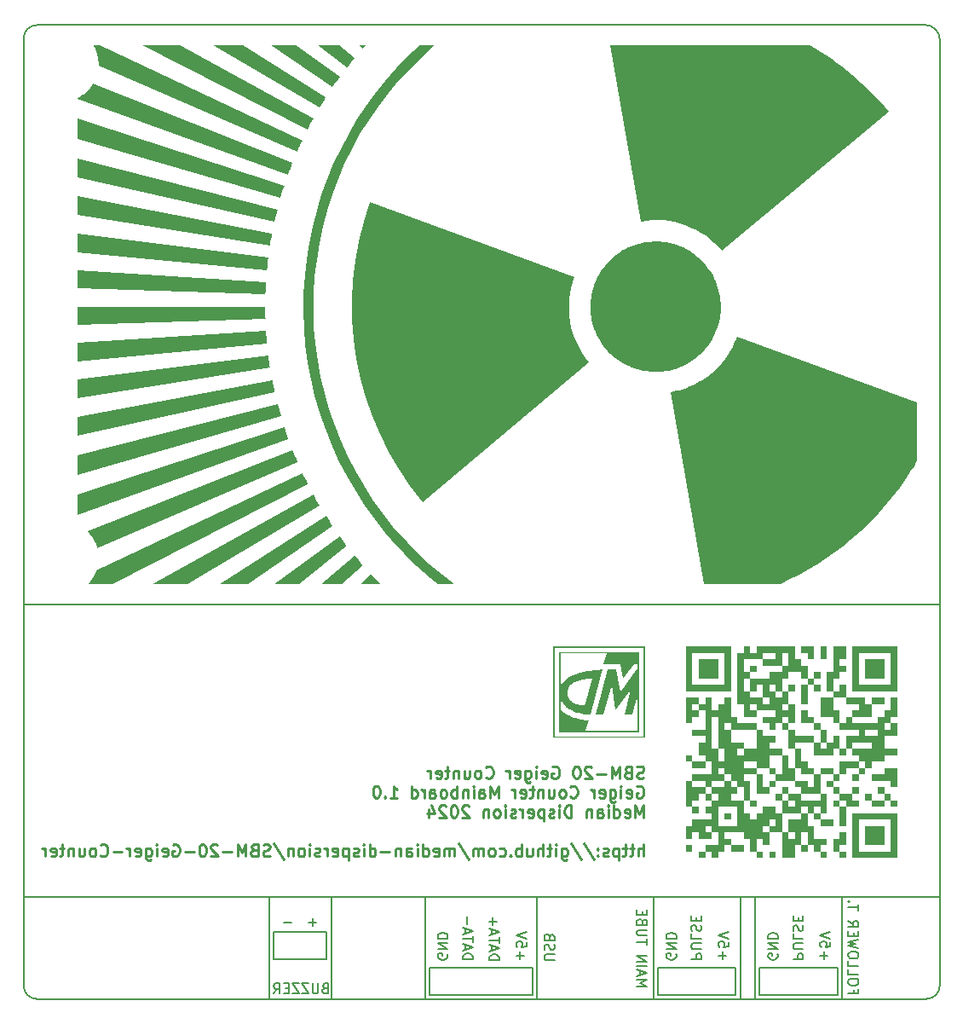
<source format=gbr>
G04 #@! TF.GenerationSoftware,KiCad,Pcbnew,7.0.10-7.0.10~ubuntu22.04.1*
G04 #@! TF.CreationDate,2024-01-08T19:12:50+01:00*
G04 #@! TF.ProjectId,Geiger Counter Mainboard,47656967-6572-4204-936f-756e74657220,1.0*
G04 #@! TF.SameCoordinates,Original*
G04 #@! TF.FileFunction,Legend,Bot*
G04 #@! TF.FilePolarity,Positive*
%FSLAX46Y46*%
G04 Gerber Fmt 4.6, Leading zero omitted, Abs format (unit mm)*
G04 Created by KiCad (PCBNEW 7.0.10-7.0.10~ubuntu22.04.1) date 2024-01-08 19:12:50*
%MOMM*%
%LPD*%
G01*
G04 APERTURE LIST*
%ADD10C,0.000000*%
%ADD11C,0.150000*%
%ADD12C,0.250000*%
%ADD13R,1.700000X1.700000*%
%ADD14O,1.700000X1.700000*%
%ADD15C,1.000000*%
%ADD16C,6.400000*%
%ADD17C,1.700000*%
G04 APERTURE END LIST*
D10*
G36*
X182754817Y-53301662D02*
G01*
X183299837Y-53645447D01*
X183837031Y-54000540D01*
X184366232Y-54366799D01*
X184887273Y-54744082D01*
X185399985Y-55132248D01*
X185904200Y-55531156D01*
X186399752Y-55940663D01*
X186886472Y-56360628D01*
X187364193Y-56790911D01*
X187832748Y-57231368D01*
X188291968Y-57681859D01*
X188741687Y-58142242D01*
X189181736Y-58612375D01*
X189611947Y-59092117D01*
X190032154Y-59581327D01*
X173500345Y-73428024D01*
X173115970Y-73001132D01*
X172707411Y-72603795D01*
X172276368Y-72236631D01*
X171824541Y-71900256D01*
X171353628Y-71595287D01*
X170865331Y-71322339D01*
X170361347Y-71082030D01*
X169843377Y-70874975D01*
X169313120Y-70701792D01*
X168772276Y-70563098D01*
X168222545Y-70459507D01*
X167665626Y-70391638D01*
X167103219Y-70360107D01*
X166537023Y-70365529D01*
X165968738Y-70408522D01*
X165400064Y-70489702D01*
X162326867Y-52969326D01*
X182202138Y-52969326D01*
X182754817Y-53301662D01*
G37*
D11*
X144000000Y-137600000D02*
X155100000Y-137600000D01*
X155100000Y-147700000D01*
X144000000Y-147700000D01*
X144000000Y-137600000D01*
D10*
G36*
X184536366Y-126699996D02*
G01*
X183900003Y-126699996D01*
X183900003Y-126063634D01*
X184536366Y-126063634D01*
X184536366Y-126699996D01*
G37*
G36*
X187081822Y-126063634D02*
G01*
X186445458Y-126063634D01*
X186445458Y-125427270D01*
X187081822Y-125427270D01*
X187081822Y-126063634D01*
G37*
G36*
X176900003Y-128609084D02*
G01*
X176263641Y-128609084D01*
X176263641Y-127972722D01*
X176900003Y-127972722D01*
X176900003Y-128609084D01*
G37*
G36*
X176899997Y-120336359D02*
G01*
X176899997Y-120972723D01*
X177536359Y-120972723D01*
X177536359Y-121609085D01*
X176899995Y-121609085D01*
X176899995Y-120972723D01*
X174354541Y-120972723D01*
X174354541Y-122245449D01*
X173081813Y-122245449D01*
X173081813Y-120972723D01*
X173718177Y-120972723D01*
X174354541Y-120972723D01*
X174354541Y-120336359D01*
X173718177Y-120336359D01*
X173718177Y-120972723D01*
X173081813Y-120972723D01*
X173081813Y-120336359D01*
X173081815Y-120336359D01*
X173081815Y-119699996D01*
X172445453Y-119699996D01*
X172445453Y-120972723D01*
X172445453Y-121609085D01*
X170536359Y-121609085D01*
X170536359Y-120972723D01*
X171809087Y-120972723D01*
X171809087Y-119699996D01*
X171809085Y-119699996D01*
X171809085Y-119063633D01*
X171172725Y-119063633D01*
X171172725Y-118427269D01*
X171809085Y-118427269D01*
X171809085Y-117790906D01*
X172445451Y-117790906D01*
X172445451Y-118427269D01*
X172445453Y-118427269D01*
X172445453Y-119063633D01*
X173081813Y-119063633D01*
X173081813Y-118427269D01*
X173718177Y-118427269D01*
X173718177Y-117790906D01*
X174354541Y-117790906D01*
X174354541Y-118427269D01*
X174354541Y-119063633D01*
X174354541Y-119699996D01*
X174990905Y-119699996D01*
X174990905Y-120336359D01*
X176899997Y-120336359D01*
G37*
G36*
X128452635Y-84131933D02*
G01*
X128490851Y-84434105D01*
X128531436Y-84735972D01*
X128574392Y-85037531D01*
X109487203Y-88060724D01*
X109487203Y-86221044D01*
X128416791Y-83829458D01*
X128452635Y-84131933D01*
G37*
G36*
X181990906Y-118427269D02*
G01*
X181354542Y-118427269D01*
X181354542Y-116518179D01*
X181990906Y-116518179D01*
X181990906Y-118427269D01*
G37*
D11*
X155100000Y-137600000D02*
X166700000Y-137600000D01*
D10*
G36*
X190899997Y-117154543D02*
G01*
X186445452Y-117154543D01*
X186445452Y-116518179D01*
X186445456Y-116518179D01*
X187081819Y-116518179D01*
X190263638Y-116518179D01*
X190263638Y-113336363D01*
X187081819Y-113336363D01*
X187081819Y-116518179D01*
X186445456Y-116518179D01*
X186445456Y-113336363D01*
X186445455Y-113336363D01*
X186445455Y-112700000D01*
X190900000Y-112700000D01*
X190899997Y-113336363D01*
X190900001Y-113336363D01*
X190900001Y-116518179D01*
X190899997Y-116518179D01*
X190899997Y-117154543D01*
G37*
G36*
X189627275Y-122245455D02*
G01*
X189627275Y-122881818D01*
X190900002Y-122881818D01*
X190899997Y-123518181D01*
X189627276Y-123518181D01*
X189627276Y-124154544D01*
X188354548Y-124154544D01*
X188354548Y-124790908D01*
X187718185Y-124790908D01*
X187718185Y-125427270D01*
X187081822Y-125427270D01*
X187081822Y-124790908D01*
X185809094Y-124790908D01*
X185809094Y-125427270D01*
X185172731Y-125427270D01*
X185172731Y-124790908D01*
X185172731Y-124154544D01*
X187081821Y-124154544D01*
X187081822Y-124790908D01*
X187718185Y-124790908D01*
X187718185Y-124154544D01*
X187081821Y-124154544D01*
X187081821Y-123518181D01*
X186445457Y-123518181D01*
X186445457Y-122881818D01*
X188354547Y-122881818D01*
X188354547Y-122245455D01*
X186445457Y-122245455D01*
X186445457Y-122881818D01*
X185809093Y-122881818D01*
X185809093Y-122245455D01*
X185809093Y-121609091D01*
X189627275Y-121609091D01*
X189627270Y-122245455D01*
X189627275Y-122245455D01*
G37*
G36*
X171172723Y-118427269D02*
G01*
X170536359Y-118427269D01*
X170536359Y-119063633D01*
X171172723Y-119063633D01*
X171172723Y-119699996D01*
X170536359Y-119699996D01*
X170536359Y-120336359D01*
X169899997Y-120336359D01*
X169899997Y-119699996D01*
X169899995Y-119699996D01*
X169899995Y-119063633D01*
X169899997Y-119063633D01*
X169899997Y-118427269D01*
X169899995Y-118427269D01*
X169899995Y-117790906D01*
X171172723Y-117790906D01*
X171172723Y-118427269D01*
G37*
G36*
X134308874Y-100005049D02*
G01*
X134470022Y-100263588D01*
X134633194Y-100520853D01*
X134798360Y-100776800D01*
X126421567Y-106469419D01*
X123554044Y-106469419D01*
X134149778Y-99745283D01*
X134308874Y-100005049D01*
G37*
G36*
X135500081Y-56164996D02*
G01*
X135321583Y-56412000D01*
X135145057Y-56660359D01*
X134970488Y-56910096D01*
X134797860Y-57161233D01*
X128629697Y-52969326D01*
X131101384Y-52969326D01*
X135500081Y-56164996D01*
G37*
D11*
X193800000Y-147700000D02*
G75*
G03*
X195100000Y-146400000I0J1300000D01*
G01*
D10*
G36*
X185172730Y-127336358D02*
G01*
X184536366Y-127336358D01*
X184536366Y-126699996D01*
X185172730Y-126699996D01*
X185172730Y-127336358D01*
G37*
G36*
X165800000Y-121783167D02*
G01*
X156716833Y-121783167D01*
X156716833Y-121632789D01*
X156867211Y-121632789D01*
X165650138Y-121632789D01*
X165650138Y-112849862D01*
X156867211Y-112849862D01*
X156867211Y-121632789D01*
X156716833Y-121632789D01*
X156716833Y-112700000D01*
X165800000Y-112700000D01*
X165800000Y-112849862D01*
X165800000Y-121783167D01*
G37*
D11*
X105400000Y-51000000D02*
X193700000Y-51000000D01*
D10*
G36*
X190263640Y-127972722D02*
G01*
X190900002Y-127972722D01*
X190900002Y-128609084D01*
X190263638Y-128609084D01*
X190263638Y-127972722D01*
X189627276Y-127972722D01*
X189627276Y-127336358D01*
X190263640Y-127336358D01*
X190263640Y-127972722D01*
G37*
G36*
X179445456Y-131154536D02*
G01*
X178172729Y-131154536D01*
X178172731Y-131790900D01*
X178172729Y-131790900D01*
X178172729Y-132427262D01*
X177536365Y-132427262D01*
X177536365Y-131790900D01*
X176900001Y-131790900D01*
X176900001Y-133063626D01*
X177536361Y-133063626D01*
X177536361Y-133699989D01*
X176899997Y-133699989D01*
X176899997Y-133063628D01*
X176263639Y-133063628D01*
X176263639Y-131790900D01*
X175627275Y-131790900D01*
X175627275Y-131154536D01*
X177536361Y-131154536D01*
X178172729Y-131154536D01*
X178172729Y-130518174D01*
X178172731Y-130518174D01*
X178809095Y-130518174D01*
X178809095Y-129881810D01*
X178172731Y-129881810D01*
X178172731Y-130518174D01*
X178172729Y-130518174D01*
X177536365Y-130518174D01*
X177536361Y-131154536D01*
X175627275Y-131154536D01*
X173718185Y-131154536D01*
X173718185Y-131790900D01*
X174354545Y-131790900D01*
X174354545Y-132427262D01*
X175627271Y-132427262D01*
X175627271Y-133063626D01*
X174354543Y-133063626D01*
X174354543Y-132427262D01*
X173718181Y-132427262D01*
X173718181Y-133063626D01*
X173081815Y-133063626D01*
X173081815Y-133699989D01*
X172445453Y-133699989D01*
X172445453Y-133063626D01*
X171809087Y-133063626D01*
X171809087Y-132427262D01*
X173081817Y-132427262D01*
X173081817Y-131790900D01*
X173081819Y-131790900D01*
X173081819Y-131154536D01*
X172445457Y-131154536D01*
X172445457Y-131790900D01*
X171172729Y-131790900D01*
X171172729Y-131154536D01*
X171809091Y-131154536D01*
X172445457Y-131154536D01*
X172445457Y-130518174D01*
X171809091Y-130518174D01*
X171809091Y-131154536D01*
X171172729Y-131154536D01*
X170536363Y-131154536D01*
X170536363Y-131790900D01*
X169900001Y-131790900D01*
X169900001Y-131154536D01*
X169900001Y-130518174D01*
X170536365Y-130518174D01*
X170536365Y-129881810D01*
X172445457Y-129881810D01*
X173081819Y-129881810D01*
X173081821Y-129881810D01*
X173081821Y-130518174D01*
X174990913Y-130518174D01*
X174990913Y-129881810D01*
X174990911Y-129881810D01*
X174990911Y-129245448D01*
X174990913Y-129245448D01*
X174990913Y-128609084D01*
X173081821Y-128609084D01*
X173081821Y-129245448D01*
X173081819Y-129245448D01*
X173081819Y-129881810D01*
X172445457Y-129881810D01*
X172445457Y-129245448D01*
X171809093Y-129245448D01*
X171809093Y-128609084D01*
X172445459Y-128609084D01*
X172445459Y-127972722D01*
X173081821Y-127972722D01*
X173081821Y-127336358D01*
X172445459Y-127336358D01*
X172445459Y-126699996D01*
X173718187Y-126699996D01*
X173718187Y-126063634D01*
X174354549Y-126063634D01*
X174354549Y-126699996D01*
X174990913Y-126699996D01*
X174990913Y-127336358D01*
X174354549Y-127336358D01*
X174354549Y-127972722D01*
X175627275Y-127972722D01*
X175627271Y-128609084D01*
X175627275Y-128609084D01*
X175627275Y-129245448D01*
X176263639Y-129245448D01*
X176263639Y-129881810D01*
X176900003Y-129881810D01*
X176900003Y-129245448D01*
X177536365Y-129245448D01*
X177536365Y-128609084D01*
X178809093Y-128609084D01*
X178809093Y-129245448D01*
X179445457Y-129245448D01*
X179445458Y-129881810D01*
X179445458Y-130518174D01*
X179445457Y-130518174D01*
X179445456Y-131154536D01*
G37*
G36*
X180081822Y-124790908D02*
G01*
X180718185Y-124790908D01*
X180718185Y-125427270D01*
X180718186Y-125427270D01*
X180718187Y-126063634D01*
X181990913Y-126063634D01*
X181990913Y-126699996D01*
X182627277Y-126699996D01*
X182627277Y-125427270D01*
X183263639Y-125427270D01*
X183263639Y-124790908D01*
X184536366Y-124790908D01*
X184536366Y-125427270D01*
X183263640Y-125427270D01*
X183263640Y-126699998D01*
X183263639Y-126699998D01*
X183263639Y-127336358D01*
X181354550Y-127336358D01*
X181354550Y-127972722D01*
X183263640Y-127972722D01*
X183263640Y-127336358D01*
X183900004Y-127336358D01*
X183900004Y-127972722D01*
X183900003Y-127972722D01*
X183899998Y-128609084D01*
X183900003Y-128609084D01*
X183900003Y-129245448D01*
X183263639Y-129245448D01*
X183263639Y-128609084D01*
X182627275Y-128609084D01*
X182627275Y-129245448D01*
X183263638Y-129245448D01*
X183263638Y-129881810D01*
X182627274Y-129881810D01*
X182627274Y-129245448D01*
X181990913Y-129245448D01*
X181990913Y-128609084D01*
X181354549Y-128609084D01*
X181354549Y-129245448D01*
X181990912Y-129245448D01*
X181990912Y-129881810D01*
X181990913Y-129881810D01*
X181990913Y-130518174D01*
X182627275Y-130518174D01*
X182627275Y-131154536D01*
X182627273Y-131154536D01*
X182627273Y-131790900D01*
X183900002Y-131790900D01*
X183900002Y-132427262D01*
X183263635Y-132427262D01*
X183263635Y-133063626D01*
X183899998Y-133063626D01*
X183899998Y-133699989D01*
X183263634Y-133699989D01*
X183263634Y-133063626D01*
X182627271Y-133063626D01*
X182627271Y-132427262D01*
X181990912Y-132427262D01*
X181990912Y-131790900D01*
X181990910Y-131790900D01*
X181990910Y-131154536D01*
X181354546Y-131154536D01*
X181354546Y-131790900D01*
X181354548Y-131790900D01*
X181354548Y-132427262D01*
X181990908Y-132427262D01*
X181990908Y-133063626D01*
X181354544Y-133063626D01*
X181354544Y-132427262D01*
X180718180Y-132427262D01*
X180718180Y-133699989D01*
X179445454Y-133699989D01*
X179445454Y-132427262D01*
X179445457Y-132427262D01*
X179445457Y-131790900D01*
X179445456Y-131790900D01*
X179445456Y-131154536D01*
X180081820Y-131154536D01*
X180081820Y-131790900D01*
X180718183Y-131790900D01*
X180718183Y-131154536D01*
X180081822Y-131154536D01*
X180081822Y-130518174D01*
X180081822Y-129881810D01*
X181354548Y-129881810D01*
X181354548Y-129245448D01*
X179445458Y-129245448D01*
X179445458Y-128609084D01*
X179445458Y-127972722D01*
X178809095Y-127972722D01*
X178809095Y-127336358D01*
X179445458Y-127336358D01*
X179445458Y-126699996D01*
X180081822Y-126699996D01*
X180081822Y-127336358D01*
X179445459Y-127336358D01*
X179445459Y-127972722D01*
X180081822Y-127972722D01*
X180081822Y-128609084D01*
X180718185Y-128609084D01*
X180718185Y-127972722D01*
X180081823Y-127972722D01*
X180081823Y-127336358D01*
X181354549Y-127336358D01*
X181354549Y-126699996D01*
X180718185Y-126699996D01*
X180718185Y-126063634D01*
X178809095Y-126063634D01*
X178809095Y-125427270D01*
X179445458Y-125427270D01*
X179445458Y-124790908D01*
X179445458Y-123518181D01*
X180081822Y-123518181D01*
X180081822Y-124790908D01*
G37*
G36*
X129988271Y-66980356D02*
G01*
X129894809Y-67270346D01*
X129803628Y-67561042D01*
X129714731Y-67852444D01*
X129628118Y-68144552D01*
X109487203Y-62293304D01*
X109487203Y-60319264D01*
X129988271Y-66980356D01*
G37*
G36*
X174354547Y-113336363D02*
G01*
X174354547Y-116518179D01*
X174354543Y-116518179D01*
X174354543Y-117154543D01*
X169899997Y-117154543D01*
X169899997Y-116518179D01*
X169900001Y-116518179D01*
X170536363Y-116518179D01*
X173718185Y-116518179D01*
X173718185Y-113336363D01*
X170536363Y-113336363D01*
X170536363Y-116518179D01*
X169900001Y-116518179D01*
X169900001Y-113336363D01*
X169900001Y-112700000D01*
X174354547Y-112700000D01*
X174354543Y-113336363D01*
X174354547Y-113336363D01*
G37*
G36*
X181990906Y-119699996D02*
G01*
X182627268Y-119699996D01*
X182627268Y-120336359D01*
X181354541Y-120336359D01*
X181354541Y-119699996D01*
X181354542Y-119699996D01*
X181354542Y-119063633D01*
X181990906Y-119063633D01*
X181990906Y-119699996D01*
G37*
G36*
X130934139Y-93531695D02*
G01*
X131054847Y-93811303D01*
X131177749Y-94089956D01*
X131302854Y-94367678D01*
X111425580Y-102969374D01*
X111394546Y-102851979D01*
X111359795Y-102735865D01*
X111321372Y-102621113D01*
X111279323Y-102507806D01*
X111233693Y-102396027D01*
X111184527Y-102285859D01*
X111131870Y-102177383D01*
X111075768Y-102070683D01*
X111016265Y-101965841D01*
X110953407Y-101862940D01*
X110887239Y-101762063D01*
X110817806Y-101663292D01*
X110745153Y-101566709D01*
X110669326Y-101472399D01*
X110590369Y-101380442D01*
X110508329Y-101290922D01*
X130815610Y-93251104D01*
X130934139Y-93531695D01*
G37*
G36*
X188354548Y-127972722D02*
G01*
X189627275Y-127972722D01*
X189627275Y-128609084D01*
X188354547Y-128609084D01*
X188354547Y-127972722D01*
X187718185Y-127972722D01*
X187718185Y-127336358D01*
X188354548Y-127336358D01*
X188354548Y-127972722D01*
G37*
D11*
X128900000Y-141050000D02*
X134200000Y-141050000D01*
X134200000Y-143750000D01*
X128900000Y-143750000D01*
X128900000Y-141050000D01*
D10*
G36*
X110978582Y-56833689D02*
G01*
X130814580Y-64687473D01*
X130703626Y-64971164D01*
X130594887Y-65255750D01*
X130488384Y-65541179D01*
X130384137Y-65827399D01*
X109487203Y-58303883D01*
X109487203Y-58209316D01*
X109601180Y-58148768D01*
X109712776Y-58084472D01*
X109821908Y-58016505D01*
X109928492Y-57944944D01*
X110032445Y-57869864D01*
X110133685Y-57791343D01*
X110232128Y-57709456D01*
X110327692Y-57624282D01*
X110420294Y-57535895D01*
X110509850Y-57444373D01*
X110596277Y-57349793D01*
X110679493Y-57252230D01*
X110759414Y-57151761D01*
X110835958Y-57048464D01*
X110909042Y-56942414D01*
X110978582Y-56833688D01*
X110978582Y-56833689D01*
G37*
G36*
X189627276Y-132427262D02*
G01*
X187718185Y-132427262D01*
X187718185Y-130518174D01*
X189627275Y-130518174D01*
X189627276Y-132427262D01*
G37*
G36*
X182627275Y-122245455D02*
G01*
X180718185Y-122245455D01*
X180718185Y-122881818D01*
X181354548Y-122881818D01*
X181354548Y-124154544D01*
X181990913Y-124154544D01*
X181990913Y-124790908D01*
X182627275Y-124790908D01*
X182627275Y-125427270D01*
X181354549Y-125427270D01*
X181354549Y-124790908D01*
X180718185Y-124790908D01*
X180718185Y-124154544D01*
X180718184Y-124154544D01*
X180718184Y-122881818D01*
X180081822Y-122881818D01*
X180081822Y-122245455D01*
X180081822Y-121609091D01*
X182627275Y-121609091D01*
X182627275Y-122245455D01*
G37*
G36*
X183900001Y-113972726D02*
G01*
X183263637Y-113972726D01*
X183263637Y-112700000D01*
X183900001Y-112700000D01*
X183900001Y-113972726D01*
G37*
D11*
X155100000Y-147700000D02*
X166700000Y-147700000D01*
D10*
G36*
X131780927Y-62449366D02*
G01*
X131652364Y-62725603D01*
X131525958Y-63002873D01*
X131401732Y-63281126D01*
X131279710Y-63560312D01*
X111532033Y-55014679D01*
X111533857Y-54978393D01*
X111535326Y-54942095D01*
X111536442Y-54905786D01*
X111537206Y-54869465D01*
X111535055Y-54744385D01*
X111528747Y-54619684D01*
X111518308Y-54495461D01*
X111503765Y-54371818D01*
X111485146Y-54248852D01*
X111462477Y-54126666D01*
X111435787Y-54005358D01*
X111405101Y-53885028D01*
X111370447Y-53765776D01*
X111331852Y-53647703D01*
X111289344Y-53530908D01*
X111242948Y-53415491D01*
X111192693Y-53301552D01*
X111138605Y-53189190D01*
X111080712Y-53078507D01*
X111019040Y-52969601D01*
X111634359Y-52969326D01*
X131780927Y-62449366D01*
G37*
D11*
X134700000Y-147700000D02*
X144000000Y-147700000D01*
D10*
G36*
X135696497Y-102007289D02*
G01*
X135876267Y-102253061D01*
X136057960Y-102497415D01*
X136241540Y-102740309D01*
X131434179Y-106469419D01*
X129036908Y-106469419D01*
X135518682Y-101760145D01*
X135696497Y-102007289D01*
G37*
G36*
X129308210Y-69320781D02*
G01*
X129233792Y-69616307D01*
X129161710Y-69912360D01*
X129091957Y-70208970D01*
X129024526Y-70506162D01*
X109487203Y-66139064D01*
X109487203Y-64231686D01*
X129308210Y-69320781D01*
G37*
G36*
X185809092Y-131790900D02*
G01*
X185809092Y-132427262D01*
X185172726Y-132427262D01*
X185172726Y-133063626D01*
X185809088Y-133063626D01*
X185809088Y-133699989D01*
X185172725Y-133699989D01*
X185172725Y-133063626D01*
X184536362Y-133063626D01*
X184536362Y-132427262D01*
X184536364Y-132427262D01*
X184536364Y-131790900D01*
X185172729Y-131790900D01*
X185172729Y-131154536D01*
X185809092Y-131154536D01*
X185809092Y-131790900D01*
G37*
G36*
X137202409Y-103921899D02*
G01*
X137400168Y-104153509D01*
X137599741Y-104383560D01*
X137801145Y-104612070D01*
X135694379Y-106469419D01*
X133645410Y-106469419D01*
X137006444Y-103688711D01*
X137202409Y-103921899D01*
G37*
G36*
X177536369Y-126699996D02*
G01*
X178172731Y-126699996D01*
X178172731Y-127336358D01*
X176900003Y-127336358D01*
X176900003Y-126699998D01*
X176900003Y-125427270D01*
X177536369Y-125427270D01*
X177536369Y-126699996D01*
G37*
G36*
X187081821Y-127336358D02*
G01*
X186445458Y-127336358D01*
X186445458Y-127972722D01*
X187081821Y-127972722D01*
X187081820Y-128609084D01*
X185809094Y-128609084D01*
X185809094Y-130518176D01*
X185172731Y-130518176D01*
X185172731Y-128609084D01*
X185809093Y-128609084D01*
X185809093Y-127972722D01*
X185172731Y-127972722D01*
X185172731Y-127336358D01*
X186445457Y-127336358D01*
X186445457Y-126699996D01*
X187081821Y-126699996D01*
X187081821Y-127336358D01*
G37*
G36*
X138526254Y-68615398D02*
G01*
X158785997Y-76010296D01*
X158606809Y-76556733D01*
X158465377Y-77109446D01*
X158361385Y-77666648D01*
X158294523Y-78226552D01*
X158264476Y-78787372D01*
X158270931Y-79347321D01*
X158313576Y-79904613D01*
X158392098Y-80457462D01*
X158506184Y-81004080D01*
X158655520Y-81542683D01*
X158839794Y-82071481D01*
X159058693Y-82588691D01*
X159311904Y-83092524D01*
X159599114Y-83581195D01*
X159920009Y-84052917D01*
X160274278Y-84505903D01*
X143741956Y-98353117D01*
X142501378Y-96767757D01*
X141377626Y-95116773D01*
X140371798Y-93406418D01*
X139484990Y-91642950D01*
X138718299Y-89832623D01*
X138072824Y-87981693D01*
X137549660Y-86096414D01*
X137149906Y-84183043D01*
X136874658Y-82247835D01*
X136725013Y-80297046D01*
X136702068Y-78336930D01*
X136806922Y-76373743D01*
X137040670Y-74413740D01*
X137404410Y-72463178D01*
X137899239Y-70528311D01*
X138526254Y-68615394D01*
X138526254Y-68615398D01*
G37*
G36*
X185172731Y-126063634D02*
G01*
X184536367Y-126063634D01*
X184536367Y-125427270D01*
X185172731Y-125427270D01*
X185172731Y-126063634D01*
G37*
G36*
X165241894Y-121224545D02*
G01*
X157275455Y-121224545D01*
X157275455Y-117241325D01*
X158115714Y-117241325D01*
X158120733Y-117363061D01*
X158135364Y-117477191D01*
X158158967Y-117583960D01*
X158190899Y-117683615D01*
X158230521Y-117776399D01*
X158277191Y-117862559D01*
X158330269Y-117942340D01*
X158389114Y-118015987D01*
X158453086Y-118083746D01*
X158521543Y-118145862D01*
X158593845Y-118202580D01*
X158669350Y-118254146D01*
X158747419Y-118300804D01*
X158827410Y-118342802D01*
X158908683Y-118380382D01*
X158990596Y-118413792D01*
X159153782Y-118469080D01*
X159311842Y-118510628D01*
X159459649Y-118540399D01*
X159592078Y-118560356D01*
X159704001Y-118572461D01*
X159790293Y-118578677D01*
X159865478Y-118581295D01*
X160556909Y-115901355D01*
X160452014Y-115903973D01*
X160175472Y-115922295D01*
X159990714Y-115942252D01*
X159784500Y-115972023D01*
X159563982Y-116013571D01*
X159336312Y-116068859D01*
X159108641Y-116139849D01*
X158997041Y-116181846D01*
X158888123Y-116228505D01*
X158782781Y-116280071D01*
X158681909Y-116336789D01*
X158586401Y-116398905D01*
X158497151Y-116466663D01*
X158415052Y-116540311D01*
X158341000Y-116620092D01*
X158275887Y-116706252D01*
X158220609Y-116799036D01*
X158176058Y-116898690D01*
X158143130Y-117005460D01*
X158122717Y-117119590D01*
X158115714Y-117241325D01*
X157275455Y-117241325D01*
X157275455Y-116778304D01*
X157425317Y-116778304D01*
X157485106Y-116617852D01*
X157561625Y-116467402D01*
X157653654Y-116326632D01*
X157759970Y-116195222D01*
X157879352Y-116072848D01*
X158010577Y-115959189D01*
X158152425Y-115853924D01*
X158303673Y-115756729D01*
X158463101Y-115667283D01*
X158629485Y-115585265D01*
X158978240Y-115442223D01*
X159340164Y-115325026D01*
X159705484Y-115231100D01*
X160064428Y-115157870D01*
X160407220Y-115102758D01*
X160724090Y-115063192D01*
X161005262Y-115036594D01*
X161577519Y-115008386D01*
X161338236Y-115901355D01*
X160380692Y-119474780D01*
X160272076Y-119471234D01*
X159981905Y-119447496D01*
X159785462Y-119421916D01*
X159563700Y-119383921D01*
X159323310Y-119331054D01*
X159070980Y-119260860D01*
X158813400Y-119170884D01*
X158684733Y-119117709D01*
X158557262Y-119058668D01*
X158431823Y-118993453D01*
X158309254Y-118921757D01*
X158190389Y-118843274D01*
X158076066Y-118757696D01*
X157967121Y-118664716D01*
X157864389Y-118564028D01*
X157768707Y-118455324D01*
X157680911Y-118338298D01*
X157601838Y-118212642D01*
X157532324Y-118078050D01*
X157473205Y-117934213D01*
X157425317Y-117780827D01*
X157425317Y-118949748D01*
X157520648Y-119047422D01*
X157620313Y-119139040D01*
X157723828Y-119224796D01*
X157830712Y-119304885D01*
X157940481Y-119379499D01*
X158052653Y-119448833D01*
X158282276Y-119572435D01*
X158515717Y-119677240D01*
X158749117Y-119764800D01*
X158978614Y-119836663D01*
X159200347Y-119894381D01*
X159410454Y-119939502D01*
X159605075Y-119973578D01*
X159932411Y-120014794D01*
X160231348Y-120032886D01*
X159952295Y-121074683D01*
X165091516Y-121074683D01*
X165091516Y-117520894D01*
X164568033Y-119474780D01*
X163786686Y-119474780D01*
X164437292Y-117045988D01*
X162875114Y-119021061D01*
X162509762Y-116529741D01*
X161720662Y-119474780D01*
X160939315Y-119474780D01*
X161537728Y-117241325D01*
X162136141Y-115008386D01*
X162917489Y-115008386D01*
X163352087Y-117241325D01*
X164983512Y-115008386D01*
X165091516Y-115008386D01*
X165091516Y-114449764D01*
X164699808Y-114449764D01*
X163655945Y-115879134D01*
X163377926Y-114449764D01*
X161727380Y-114449764D01*
X162006433Y-113408484D01*
X157425317Y-113408484D01*
X157425317Y-116778304D01*
X157275455Y-116778304D01*
X157275455Y-113258106D01*
X165241894Y-113258106D01*
X165241894Y-121074683D01*
X165241894Y-121224545D01*
G37*
G36*
X184536366Y-130518174D02*
G01*
X183263639Y-130518174D01*
X183263639Y-129881810D01*
X184536366Y-129881810D01*
X184536366Y-130518174D01*
G37*
G36*
X137939035Y-53139566D02*
G01*
X137783815Y-53310735D01*
X137396089Y-52969326D01*
X138095273Y-52969326D01*
X137939035Y-53139566D01*
G37*
G36*
X166892995Y-72497848D02*
G01*
X167250263Y-72508020D01*
X167604504Y-72537683D01*
X167955005Y-72586505D01*
X168301054Y-72654153D01*
X168641936Y-72740292D01*
X168976939Y-72844589D01*
X169305350Y-72966712D01*
X169626455Y-73106326D01*
X169939540Y-73263099D01*
X170243894Y-73436698D01*
X170538802Y-73626788D01*
X170823551Y-73833037D01*
X171097429Y-74055111D01*
X171359721Y-74292677D01*
X171609715Y-74545402D01*
X171846698Y-74812952D01*
X172054007Y-75073580D01*
X172245811Y-75341494D01*
X172422160Y-75616122D01*
X172583105Y-75896890D01*
X172728697Y-76183225D01*
X172858986Y-76474556D01*
X172974023Y-76770310D01*
X173073858Y-77069914D01*
X173158543Y-77372795D01*
X173228127Y-77678381D01*
X173282662Y-77986099D01*
X173322197Y-78295376D01*
X173346784Y-78605641D01*
X173356474Y-78916320D01*
X173351316Y-79226841D01*
X173331361Y-79536630D01*
X173296661Y-79845117D01*
X173247265Y-80151727D01*
X173183225Y-80455888D01*
X173104591Y-80757028D01*
X173011413Y-81054574D01*
X172903742Y-81347954D01*
X172781629Y-81636594D01*
X172645124Y-81919923D01*
X172494278Y-82197367D01*
X172329142Y-82468354D01*
X172149766Y-82732311D01*
X171956202Y-82988666D01*
X171748498Y-83236846D01*
X171526707Y-83476279D01*
X171290878Y-83706391D01*
X171041063Y-83926611D01*
X170780434Y-84133920D01*
X170512520Y-84325723D01*
X170237893Y-84502073D01*
X169957126Y-84663018D01*
X169670790Y-84808610D01*
X169379459Y-84938899D01*
X169083706Y-85053935D01*
X168784102Y-85153771D01*
X168481221Y-85238455D01*
X168175635Y-85308039D01*
X167867917Y-85362574D01*
X167558640Y-85402109D01*
X167248375Y-85426696D01*
X166937697Y-85436386D01*
X166627176Y-85431228D01*
X166317386Y-85411273D01*
X166008900Y-85376573D01*
X165702290Y-85327177D01*
X165398129Y-85263137D01*
X165096989Y-85184502D01*
X164799443Y-85091324D01*
X164506064Y-84983653D01*
X164217424Y-84861540D01*
X163934096Y-84725035D01*
X163656652Y-84574189D01*
X163385666Y-84409053D01*
X163121709Y-84229677D01*
X162865354Y-84036112D01*
X162617174Y-83828409D01*
X162377742Y-83606617D01*
X162147630Y-83370789D01*
X161927411Y-83120973D01*
X161720133Y-82860353D01*
X161528359Y-82592448D01*
X161352037Y-82317832D01*
X161191116Y-82037077D01*
X161045547Y-81750755D01*
X160915279Y-81459440D01*
X160800261Y-81163703D01*
X160700442Y-80864117D01*
X160615772Y-80561254D01*
X160546201Y-80255688D01*
X160491677Y-79947989D01*
X160452150Y-79638732D01*
X160427569Y-79328489D01*
X160417885Y-79017831D01*
X160423045Y-78707332D01*
X160443000Y-78397564D01*
X160477699Y-78089099D01*
X160527091Y-77782510D01*
X160591127Y-77478369D01*
X160669754Y-77177250D01*
X160762923Y-76879724D01*
X160870582Y-76586363D01*
X160992682Y-76297741D01*
X161129172Y-76014430D01*
X161280001Y-75737003D01*
X161445118Y-75466031D01*
X161624473Y-75202088D01*
X161818015Y-74945745D01*
X162025694Y-74697576D01*
X162247459Y-74458153D01*
X162483260Y-74228047D01*
X162733045Y-74007833D01*
X162955208Y-73829905D01*
X163184184Y-73662476D01*
X163419594Y-73505682D01*
X163661059Y-73359663D01*
X163908200Y-73224554D01*
X164160638Y-73100495D01*
X164417994Y-72987622D01*
X164679890Y-72886072D01*
X164945946Y-72795985D01*
X165215783Y-72717496D01*
X165489022Y-72650744D01*
X165765285Y-72595866D01*
X166044193Y-72553000D01*
X166325366Y-72522283D01*
X166608426Y-72503852D01*
X166892993Y-72497846D01*
X166892995Y-72497848D01*
G37*
G36*
X132889386Y-60278956D02*
G01*
X132743466Y-60546500D01*
X132599658Y-60815166D01*
X132457963Y-61084953D01*
X132318383Y-61355862D01*
X115858907Y-52969326D01*
X119593045Y-52969326D01*
X132889386Y-60278956D01*
G37*
D11*
X185400000Y-147700000D02*
X193800000Y-147700000D01*
X128500000Y-147700000D02*
X105400000Y-147700000D01*
D10*
G36*
X178809095Y-125427270D02*
G01*
X178172731Y-125427270D01*
X178172731Y-124790908D01*
X178809093Y-124790908D01*
X178809095Y-125427270D01*
G37*
D11*
X195100000Y-52400000D02*
X195100000Y-146400000D01*
D10*
G36*
X189627269Y-118427269D02*
G01*
X188354541Y-118427269D01*
X188354541Y-117790906D01*
X189627269Y-117790906D01*
X189627269Y-118427269D01*
G37*
D11*
X176800000Y-137600000D02*
X185400000Y-137600000D01*
X185400000Y-147700000D01*
X176800000Y-147700000D01*
X176800000Y-137600000D01*
D10*
G36*
X138821705Y-105742233D02*
G01*
X139036189Y-105958538D01*
X139252365Y-106173152D01*
X139470212Y-106386057D01*
X139387178Y-106469419D01*
X137602273Y-106469419D01*
X138608930Y-105524256D01*
X138821705Y-105742233D01*
G37*
D11*
X166700000Y-137600000D02*
X175300000Y-137600000D01*
X175300000Y-147700000D01*
X166700000Y-147700000D01*
X166700000Y-137600000D01*
D10*
G36*
X189627275Y-115881816D02*
G01*
X187718184Y-115881816D01*
X187718184Y-113972726D01*
X189627274Y-113972726D01*
X189627275Y-115881816D01*
G37*
G36*
X181990910Y-114609090D02*
G01*
X181990910Y-115245453D01*
X181990909Y-115245453D01*
X181990909Y-115881816D01*
X182627271Y-115881816D01*
X182627271Y-116518179D01*
X183263633Y-116518179D01*
X183263633Y-117154543D01*
X182627269Y-117154543D01*
X182627269Y-116518179D01*
X181990908Y-116518179D01*
X181990908Y-115881816D01*
X181354545Y-115881816D01*
X181354545Y-115245453D01*
X180081819Y-115245453D01*
X180081818Y-115881816D01*
X179445453Y-115881816D01*
X179445453Y-116518179D01*
X179445451Y-116518179D01*
X179445451Y-117154543D01*
X180081814Y-117154543D01*
X180081814Y-117790906D01*
X180081813Y-118427269D01*
X179445450Y-118427269D01*
X179445451Y-119063633D01*
X180081814Y-119063633D01*
X180081814Y-118427269D01*
X180718177Y-118427269D01*
X180718177Y-119063633D01*
X180718178Y-119063633D01*
X180718178Y-119699996D01*
X180718177Y-119699996D01*
X180718177Y-120336359D01*
X180081815Y-120336359D01*
X180081815Y-120972723D01*
X180718177Y-120972723D01*
X180718177Y-121609085D01*
X180081814Y-121609085D01*
X180081814Y-120972723D01*
X179445451Y-120972723D01*
X179445451Y-120336359D01*
X180081814Y-120336359D01*
X180081814Y-119699996D01*
X179445450Y-119699996D01*
X179445450Y-120336359D01*
X178809087Y-120336359D01*
X178809089Y-120972723D01*
X178172725Y-120972723D01*
X178172725Y-120336359D01*
X177536359Y-120336359D01*
X177536359Y-119699996D01*
X178809087Y-119699996D01*
X178809087Y-119063633D01*
X176899997Y-119063633D01*
X176899997Y-119699996D01*
X175627269Y-119699996D01*
X175627269Y-119063633D01*
X176263631Y-119063633D01*
X176899997Y-119063633D01*
X176899997Y-118427269D01*
X177536359Y-118427269D01*
X178172723Y-118427269D01*
X178172723Y-117790906D01*
X177536359Y-117790906D01*
X177536359Y-118427269D01*
X176899997Y-118427269D01*
X176263631Y-118427269D01*
X176263631Y-119063633D01*
X175627269Y-119063633D01*
X175627269Y-118427269D01*
X174990903Y-118427269D01*
X174990903Y-117790906D01*
X174990903Y-117154543D01*
X174990907Y-117154543D01*
X175627271Y-117154543D01*
X176263631Y-117154543D01*
X176263631Y-117790906D01*
X177536359Y-117790906D01*
X177536359Y-117154543D01*
X177536361Y-117154543D01*
X178172725Y-117154543D01*
X178809087Y-117154543D01*
X178809087Y-117790906D01*
X179445450Y-117790906D01*
X179445450Y-117154543D01*
X178809089Y-117154543D01*
X178809089Y-116518179D01*
X178172725Y-116518179D01*
X178172725Y-117154543D01*
X177536361Y-117154543D01*
X177536361Y-116518179D01*
X176899997Y-116518179D01*
X176899997Y-117154543D01*
X176263633Y-117154543D01*
X176263633Y-116518179D01*
X176263633Y-115881816D01*
X175627271Y-115881816D01*
X175627271Y-117154543D01*
X174990907Y-117154543D01*
X174990907Y-115881816D01*
X174990907Y-115245453D01*
X174990913Y-115245453D01*
X174990913Y-113972726D01*
X175627275Y-113972726D01*
X175627275Y-115245453D01*
X176263635Y-115245453D01*
X176263635Y-115881816D01*
X178172727Y-115881816D01*
X178172727Y-115245453D01*
X179445456Y-115245453D01*
X179445456Y-114609090D01*
X177536365Y-114609090D01*
X177536365Y-113972726D01*
X175627275Y-113972726D01*
X174990913Y-113972726D01*
X174990913Y-113336363D01*
X175627275Y-113336363D01*
X175627275Y-112700000D01*
X176263639Y-112700000D01*
X176263639Y-113336363D01*
X176900001Y-113336363D01*
X177536365Y-113336363D01*
X177536369Y-113972726D01*
X178809093Y-113972726D01*
X179445457Y-113972726D01*
X179445457Y-114609090D01*
X180081821Y-114609090D01*
X180081821Y-113972726D01*
X180081821Y-113336363D01*
X179445457Y-113336363D01*
X179445457Y-113972726D01*
X178809093Y-113972726D01*
X178809093Y-113336363D01*
X177536365Y-113336363D01*
X176900001Y-113336363D01*
X176900001Y-112700000D01*
X180718183Y-112700000D01*
X180718179Y-113336363D01*
X180718184Y-113336363D01*
X180718184Y-113972726D01*
X181354548Y-113972726D01*
X181354548Y-114609090D01*
X181990910Y-114609090D01*
G37*
G36*
X182627273Y-113336363D02*
G01*
X182627274Y-113336363D01*
X182627274Y-113972726D01*
X181990912Y-113972726D01*
X181990912Y-113336363D01*
X181354546Y-113336363D01*
X181354546Y-112700000D01*
X182627273Y-112700000D01*
X182627273Y-113336363D01*
G37*
D11*
X175300000Y-137600000D02*
X176800000Y-137600000D01*
X128500000Y-137600000D02*
X134700000Y-137600000D01*
X134700000Y-147700000D01*
X128500000Y-147700000D01*
X128500000Y-137600000D01*
D10*
G36*
X176900001Y-115245453D02*
G01*
X176263639Y-115245453D01*
X176263639Y-114609090D01*
X176900001Y-114609090D01*
X176900001Y-115245453D01*
G37*
G36*
X173081819Y-115881816D02*
G01*
X171172729Y-115881816D01*
X171172729Y-113972726D01*
X173081819Y-113972726D01*
X173081819Y-115881816D01*
G37*
D11*
X104100000Y-146400000D02*
G75*
G03*
X105400000Y-147700000I1300000J0D01*
G01*
D10*
G36*
X129405754Y-88907259D02*
G01*
X129483400Y-89201847D01*
X129563357Y-89495817D01*
X129645612Y-89789114D01*
X109487203Y-95645788D01*
X109487203Y-93706888D01*
X129330434Y-88612108D01*
X129405754Y-88907259D01*
G37*
G36*
X190900002Y-129881810D02*
G01*
X190900002Y-133063628D01*
X190899997Y-133063628D01*
X190899997Y-133699989D01*
X186445452Y-133699989D01*
X186445452Y-133063626D01*
X186445458Y-133063626D01*
X186445458Y-129881810D01*
X187081821Y-129881810D01*
X187081822Y-133063626D01*
X190263639Y-133063626D01*
X190263639Y-129881810D01*
X187081821Y-129881810D01*
X186445458Y-129881810D01*
X186445457Y-129881810D01*
X186445457Y-129245448D01*
X190900001Y-129245448D01*
X190899997Y-129881810D01*
X190900002Y-129881810D01*
G37*
G36*
X171809087Y-133699989D02*
G01*
X171172725Y-133699989D01*
X171172725Y-133063626D01*
X171809087Y-133063626D01*
X171809087Y-133699989D01*
G37*
G36*
X130099868Y-91242721D02*
G01*
X130199259Y-91530592D01*
X130300906Y-91817672D01*
X130404798Y-92103937D01*
X109487203Y-99634695D01*
X109487203Y-97619829D01*
X130002744Y-90954088D01*
X130099868Y-91242721D01*
G37*
G36*
X185172730Y-122245455D02*
G01*
X185172730Y-122881818D01*
X184536365Y-122881818D01*
X184536365Y-123518181D01*
X182627274Y-123518181D01*
X182627274Y-122881818D01*
X182627275Y-122881818D01*
X182627275Y-122245455D01*
X183263639Y-122245455D01*
X183263639Y-122881818D01*
X183900003Y-122881818D01*
X183900003Y-122245455D01*
X184536366Y-122245455D01*
X184536366Y-121609091D01*
X185172730Y-121609091D01*
X185172730Y-122245455D01*
G37*
G36*
X128094881Y-79273967D02*
G01*
X128105057Y-79578515D01*
X128117623Y-79882963D01*
X128132581Y-80187343D01*
X109487203Y-80773311D01*
X109487203Y-78969288D01*
X128087095Y-78969288D01*
X128094881Y-79273967D01*
G37*
D11*
X105400000Y-51000000D02*
G75*
G03*
X104100000Y-52300000I0J-1300000D01*
G01*
D10*
G36*
X136992498Y-54238499D02*
G01*
X136799547Y-54474203D01*
X136608447Y-54711421D01*
X136419216Y-54950132D01*
X136231870Y-55190314D01*
X133368428Y-52969326D01*
X135458223Y-52969326D01*
X136992498Y-54238499D01*
G37*
G36*
X170536365Y-126699996D02*
G01*
X171809093Y-126699996D01*
X171809093Y-127336358D01*
X171172731Y-127336358D01*
X171172731Y-127972722D01*
X170536365Y-127972722D01*
X170536365Y-128609084D01*
X169900003Y-128609084D01*
X169900003Y-127972722D01*
X169900003Y-127336358D01*
X169900003Y-126699996D01*
X169900003Y-126063634D01*
X170536365Y-126063634D01*
X170536365Y-126699996D01*
G37*
D11*
X134700000Y-137600000D02*
X144000000Y-137600000D01*
X195100000Y-108500000D02*
X104100000Y-108500000D01*
D10*
G36*
X183263633Y-120972723D02*
G01*
X183899996Y-120972723D01*
X183899996Y-122245449D01*
X183263632Y-122245449D01*
X183263632Y-120972723D01*
X182627269Y-120972723D01*
X182627269Y-120336359D01*
X183263633Y-120336359D01*
X183263633Y-120972723D01*
G37*
G36*
X131923577Y-95758508D02*
G01*
X132059064Y-96031383D01*
X132196689Y-96303186D01*
X132336454Y-96573915D01*
X112915418Y-106469419D01*
X110487142Y-106469419D01*
X110555770Y-106396135D01*
X110622329Y-106321136D01*
X110686791Y-106244467D01*
X110749128Y-106166174D01*
X110809312Y-106086302D01*
X110867314Y-106004896D01*
X110923108Y-105922003D01*
X110976664Y-105837668D01*
X111027954Y-105751936D01*
X111076951Y-105664853D01*
X111123626Y-105576464D01*
X111167952Y-105486815D01*
X111209900Y-105395952D01*
X111249441Y-105303919D01*
X111286549Y-105210763D01*
X111321195Y-105116529D01*
X131790231Y-95484560D01*
X131923577Y-95758508D01*
G37*
G36*
X143708350Y-54083236D02*
G01*
X142513085Y-55252636D01*
X141380719Y-56474887D01*
X140312631Y-57747351D01*
X139310201Y-59067389D01*
X138374808Y-60432362D01*
X137507830Y-61839633D01*
X136710649Y-63286562D01*
X135984642Y-64770512D01*
X135331189Y-66288843D01*
X134751669Y-67838918D01*
X134247462Y-69418097D01*
X133819947Y-71023742D01*
X133470503Y-72653215D01*
X133200510Y-74303876D01*
X133011346Y-75973089D01*
X132904492Y-77656603D01*
X132881144Y-79335990D01*
X132940398Y-81008373D01*
X133081350Y-82670877D01*
X133303096Y-84320627D01*
X133604731Y-85954746D01*
X133985351Y-87570359D01*
X134444051Y-89164590D01*
X134979928Y-90734563D01*
X135592076Y-92277404D01*
X136279593Y-93790236D01*
X137041572Y-95270183D01*
X137877111Y-96714370D01*
X138785304Y-98119921D01*
X139765248Y-99483961D01*
X140816037Y-100803613D01*
X141501819Y-101597194D01*
X142209662Y-102367024D01*
X142938920Y-103112786D01*
X143688950Y-103834160D01*
X144459106Y-104530829D01*
X145248743Y-105202474D01*
X146057217Y-105848777D01*
X146883882Y-106469419D01*
X145243673Y-106469419D01*
X144543954Y-105904247D01*
X143857987Y-105320654D01*
X143186208Y-104718792D01*
X142529052Y-104098813D01*
X141886953Y-103460871D01*
X141260348Y-102805118D01*
X140649672Y-102131705D01*
X140055360Y-101440786D01*
X138973963Y-100082683D01*
X137965475Y-98678873D01*
X137030826Y-97232320D01*
X136170947Y-95745988D01*
X135386770Y-94222838D01*
X134679223Y-92665835D01*
X134049240Y-91077941D01*
X133497750Y-89462120D01*
X133025684Y-87821335D01*
X132633973Y-86158549D01*
X132323548Y-84476726D01*
X132095339Y-82778828D01*
X131950279Y-81067819D01*
X131889296Y-79346661D01*
X131913323Y-77618319D01*
X132023290Y-75885755D01*
X132208200Y-74239117D01*
X132469593Y-72609907D01*
X132806216Y-71000516D01*
X133216815Y-69413334D01*
X133700135Y-67850749D01*
X134254924Y-66315153D01*
X134879927Y-64808936D01*
X135573891Y-63334486D01*
X136335562Y-61894194D01*
X137163686Y-60490450D01*
X138057009Y-59125644D01*
X139014278Y-57802165D01*
X140034239Y-56522404D01*
X141115637Y-55288751D01*
X142257221Y-54103595D01*
X143457734Y-52969326D01*
X144965135Y-52969326D01*
X143708350Y-54083236D01*
G37*
G36*
X170536359Y-133063626D02*
G01*
X169899997Y-133063626D01*
X169899997Y-132427262D01*
X170536359Y-132427262D01*
X170536359Y-133063626D01*
G37*
G36*
X128777494Y-71699447D02*
G01*
X128721129Y-71998885D01*
X128667112Y-72298788D01*
X128615452Y-72599102D01*
X128566159Y-72899774D01*
X109487203Y-69877853D01*
X109487203Y-68019569D01*
X128777494Y-71699447D01*
G37*
G36*
X134127557Y-58179860D02*
G01*
X133965725Y-58437914D01*
X133805947Y-58697191D01*
X133648210Y-58957714D01*
X133492501Y-59219507D01*
X122923589Y-52969326D01*
X125917203Y-52969326D01*
X134127557Y-58179860D01*
G37*
D11*
X175300000Y-147700000D02*
X176800000Y-147700000D01*
D10*
G36*
X128394574Y-74106535D02*
G01*
X128357932Y-74409078D01*
X128323671Y-74711881D01*
X128291790Y-75014942D01*
X128262288Y-75318262D01*
X109487203Y-73543779D01*
X109487203Y-71718052D01*
X128394574Y-74106535D01*
G37*
D11*
X104100000Y-146400000D02*
X104100000Y-52300000D01*
D10*
G36*
X172445459Y-127972722D02*
G01*
X171809093Y-127972722D01*
X171809093Y-127336358D01*
X172445459Y-127336358D01*
X172445459Y-127972722D01*
G37*
G36*
X178809089Y-133699989D02*
G01*
X178172725Y-133699989D01*
X178172725Y-133063626D01*
X178809089Y-133063626D01*
X178809089Y-133699989D01*
G37*
G36*
X185172730Y-128609084D02*
G01*
X184536366Y-128609084D01*
X184536366Y-127972722D01*
X185172730Y-127972722D01*
X185172730Y-128609084D01*
G37*
G36*
X190900003Y-125427270D02*
G01*
X190900003Y-126063634D01*
X190900002Y-126063634D01*
X190900002Y-126699996D01*
X190263639Y-126699996D01*
X190263639Y-126063634D01*
X188354549Y-126063634D01*
X188354549Y-125427270D01*
X189627276Y-125427270D01*
X189627276Y-124790908D01*
X190900003Y-124790908D01*
X190900003Y-125427270D01*
G37*
G36*
X171809093Y-124790908D02*
G01*
X170536365Y-124790908D01*
X170536365Y-124154544D01*
X171809093Y-124154544D01*
X171809093Y-124790908D01*
G37*
G36*
X189627275Y-127336358D02*
G01*
X188990912Y-127336358D01*
X188990912Y-126699996D01*
X189627275Y-126699996D01*
X189627275Y-127336358D01*
G37*
G36*
X185809092Y-113972726D02*
G01*
X185172729Y-113972726D01*
X185172729Y-114609090D01*
X185809092Y-114609090D01*
X185809092Y-115245453D01*
X185172727Y-115245453D01*
X185172727Y-115881816D01*
X184536362Y-115881816D01*
X184536362Y-117154543D01*
X185172725Y-117154543D01*
X185172725Y-116518179D01*
X185809088Y-116518179D01*
X185809088Y-117154543D01*
X185809086Y-117154543D01*
X185809089Y-117790906D01*
X187718178Y-117790906D01*
X187718178Y-118427269D01*
X188354541Y-118427269D01*
X188354541Y-119063633D01*
X188354542Y-119063633D01*
X188354543Y-119699996D01*
X186445453Y-119699996D01*
X186445453Y-119063633D01*
X187081814Y-119063633D01*
X187081814Y-118427269D01*
X185809087Y-118427269D01*
X185809087Y-117790906D01*
X184536359Y-117790906D01*
X184536359Y-119063633D01*
X185172725Y-119063633D01*
X185172725Y-119699996D01*
X185172723Y-119699996D01*
X185172723Y-120336359D01*
X184536359Y-120336359D01*
X184536359Y-119699996D01*
X183263634Y-119699996D01*
X183263634Y-119063633D01*
X183263632Y-119063633D01*
X183263632Y-117790906D01*
X184536358Y-117790906D01*
X184536358Y-117154543D01*
X183899999Y-117154543D01*
X183899999Y-115881816D01*
X183900000Y-115881816D01*
X183900000Y-115245453D01*
X184536364Y-115245453D01*
X184536364Y-114609090D01*
X184536365Y-114609090D01*
X184536365Y-113972726D01*
X184536364Y-113972726D01*
X184536364Y-112700000D01*
X185809092Y-112700000D01*
X185809092Y-113972726D01*
G37*
G36*
X174354547Y-129881810D02*
G01*
X173718185Y-129881810D01*
X173718185Y-129245448D01*
X174354547Y-129245448D01*
X174354547Y-129881810D01*
G37*
D11*
X177200000Y-144600000D02*
X185000000Y-144600000D01*
X185000000Y-147300000D01*
X177200000Y-147300000D01*
X177200000Y-144600000D01*
D10*
G36*
X133051236Y-97918341D02*
G01*
X133199137Y-98184655D01*
X133349127Y-98449799D01*
X133501218Y-98713796D01*
X120387311Y-106469419D01*
X116864530Y-106469419D01*
X132905408Y-97650835D01*
X133051236Y-97918341D01*
G37*
G36*
X128167196Y-76533260D02*
G01*
X128149014Y-76837414D01*
X128133221Y-77141733D01*
X128119818Y-77446163D01*
X128108808Y-77750650D01*
X109487203Y-77165781D01*
X109487203Y-75357622D01*
X128167196Y-76533260D01*
G37*
D11*
X144400000Y-144600000D02*
X154700000Y-144600000D01*
X154700000Y-147300000D01*
X144400000Y-147300000D01*
X144400000Y-144600000D01*
X185400000Y-137600000D02*
X195100000Y-137600000D01*
D10*
G36*
X178172725Y-124154544D02*
G01*
X178172731Y-124154544D01*
X178172731Y-124790908D01*
X176900003Y-124790908D01*
X176899997Y-125427270D01*
X175627277Y-125427270D01*
X175627277Y-126063634D01*
X176263641Y-126063634D01*
X176263641Y-126699996D01*
X176263641Y-127972722D01*
X175627277Y-127972722D01*
X175627277Y-126699996D01*
X174990913Y-126699996D01*
X174990913Y-126063634D01*
X174354549Y-126063634D01*
X174354549Y-125427270D01*
X173718187Y-125427270D01*
X173718181Y-126063634D01*
X172445459Y-126063634D01*
X172445459Y-126699996D01*
X171809093Y-126699996D01*
X171809093Y-126063634D01*
X170536365Y-126063634D01*
X170536365Y-125427270D01*
X172445459Y-125427270D01*
X173081821Y-125427270D01*
X173718187Y-125427270D01*
X173718187Y-124790908D01*
X175627271Y-124790908D01*
X176900003Y-124790908D01*
X176900003Y-124154544D01*
X175627275Y-124154544D01*
X175627271Y-124790908D01*
X173718187Y-124790908D01*
X173081821Y-124790908D01*
X173081821Y-125427270D01*
X172445459Y-125427270D01*
X172445459Y-124790908D01*
X172445459Y-124154544D01*
X173081821Y-124154544D01*
X173718187Y-124154544D01*
X173718187Y-123518181D01*
X174990913Y-123518181D01*
X175627275Y-123518181D01*
X175627275Y-122881818D01*
X174990913Y-122881818D01*
X174990913Y-123518181D01*
X173718187Y-123518181D01*
X173718185Y-123518181D01*
X173718185Y-122881818D01*
X173081821Y-122881818D01*
X173081821Y-123518181D01*
X173081821Y-124154544D01*
X172445459Y-124154544D01*
X171809093Y-124154544D01*
X171809093Y-123518181D01*
X171172731Y-123518181D01*
X171172731Y-122881818D01*
X171172731Y-122245455D01*
X171809093Y-122245455D01*
X171809093Y-121609091D01*
X172445459Y-121609091D01*
X172445459Y-122245455D01*
X172445459Y-122881818D01*
X173081819Y-122881818D01*
X173081819Y-122245455D01*
X175627275Y-122245455D01*
X175627275Y-122881818D01*
X176900003Y-122881818D01*
X176900003Y-122245455D01*
X176900003Y-121609091D01*
X178809093Y-121609091D01*
X178809093Y-122245455D01*
X178172731Y-122245455D01*
X178172731Y-122881818D01*
X179445457Y-122881818D01*
X179445453Y-123518181D01*
X178172731Y-123518181D01*
X178172725Y-124154544D01*
G37*
G36*
X192887273Y-88456564D02*
G01*
X192887273Y-94271715D01*
X192554968Y-94825153D01*
X192211186Y-95370924D01*
X191856071Y-95908861D01*
X191489763Y-96438794D01*
X191112404Y-96960557D01*
X190724137Y-97473981D01*
X190325103Y-97978897D01*
X189915444Y-98475138D01*
X189495301Y-98962535D01*
X189064818Y-99440921D01*
X188624135Y-99910127D01*
X188173395Y-100369985D01*
X187712739Y-100820327D01*
X187242309Y-101260984D01*
X186762248Y-101691789D01*
X186272696Y-102112573D01*
X185468490Y-102759945D01*
X184643353Y-103378910D01*
X183798049Y-103968993D01*
X182933346Y-104529714D01*
X182050010Y-105060596D01*
X181148806Y-105561159D01*
X180230500Y-106030927D01*
X179295860Y-106469419D01*
X171710790Y-106469419D01*
X168374042Y-87444223D01*
X168652386Y-87391803D01*
X168928337Y-87330399D01*
X169201690Y-87260105D01*
X169472240Y-87181015D01*
X169739780Y-87093224D01*
X170004108Y-86996826D01*
X170265016Y-86891917D01*
X170522300Y-86778589D01*
X170775754Y-86656938D01*
X171025174Y-86527058D01*
X171270354Y-86389043D01*
X171511089Y-86242988D01*
X171747173Y-86088988D01*
X171978402Y-85927136D01*
X172204571Y-85757527D01*
X172425473Y-85580255D01*
X172638823Y-85393858D01*
X172845549Y-85200928D01*
X173045524Y-85001651D01*
X173238618Y-84796213D01*
X173424703Y-84584800D01*
X173603649Y-84367597D01*
X173775327Y-84144789D01*
X173939609Y-83916563D01*
X174096364Y-83683103D01*
X174245465Y-83444596D01*
X174386781Y-83201227D01*
X174520185Y-82953181D01*
X174645547Y-82700645D01*
X174762737Y-82443803D01*
X174871628Y-82182841D01*
X174972089Y-81917946D01*
X192887273Y-88456564D01*
G37*
G36*
X183263636Y-115881816D02*
G01*
X182627272Y-115881816D01*
X182627272Y-115245453D01*
X183263636Y-115245453D01*
X183263636Y-115881816D01*
G37*
D11*
X167100000Y-144600000D02*
X174800000Y-144600000D01*
X174800000Y-147300000D01*
X167100000Y-147300000D01*
X167100000Y-144600000D01*
D10*
G36*
X185809093Y-123518181D02*
G01*
X185172730Y-123518181D01*
X185172730Y-122881818D01*
X185809093Y-122881818D01*
X185809093Y-123518181D01*
G37*
G36*
X180718178Y-117154543D02*
G01*
X180081815Y-117154543D01*
X180081815Y-116518179D01*
X180718178Y-116518179D01*
X180718178Y-117154543D01*
G37*
G36*
X170536365Y-124154544D02*
G01*
X169900003Y-124154544D01*
X169900003Y-123518181D01*
X170536365Y-123518181D01*
X170536365Y-124154544D01*
G37*
G36*
X171172731Y-129245448D02*
G01*
X170536365Y-129245448D01*
X170536365Y-128609084D01*
X171172731Y-128609084D01*
X171172731Y-129245448D01*
G37*
D11*
X128500000Y-137600000D02*
X104100000Y-137600000D01*
D10*
G36*
X178809095Y-126699996D02*
G01*
X178172731Y-126699996D01*
X178172731Y-126063634D01*
X178809095Y-126063634D01*
X178809095Y-126699996D01*
G37*
G36*
X190899996Y-119063633D02*
G01*
X190899997Y-119063633D01*
X190899997Y-119699996D01*
X190263632Y-119699996D01*
X190263632Y-120336359D01*
X189627270Y-120336359D01*
X189627270Y-120972723D01*
X190263633Y-120972723D01*
X190263633Y-120336359D01*
X190899997Y-120336359D01*
X190899997Y-120972723D01*
X190899996Y-120972723D01*
X190899996Y-121609085D01*
X188990905Y-121609085D01*
X188990905Y-120972723D01*
X187718178Y-120972723D01*
X187718178Y-121609085D01*
X187081814Y-121609085D01*
X187081814Y-120972723D01*
X185172725Y-120972723D01*
X185172725Y-120336359D01*
X185809086Y-120336359D01*
X185809086Y-119699996D01*
X186445450Y-119699996D01*
X186445450Y-120336359D01*
X188990905Y-120336359D01*
X188990905Y-119699996D01*
X189627270Y-119699996D01*
X189627270Y-119063633D01*
X190263632Y-119063633D01*
X190263632Y-117790906D01*
X190899996Y-117790906D01*
X190899996Y-119063633D01*
G37*
G36*
X128200051Y-81708543D02*
G01*
X128224444Y-82012142D01*
X128251218Y-82315540D01*
X128280370Y-82618681D01*
X109487203Y-84394796D01*
X109487203Y-82580953D01*
X128178045Y-81404798D01*
X128200051Y-81708543D01*
G37*
G36*
X128854317Y-86534434D02*
G01*
X128909729Y-86834000D01*
X128967492Y-87133123D01*
X129027593Y-87431749D01*
X109487203Y-91800031D01*
X109487203Y-89919008D01*
X128801267Y-86234480D01*
X128854317Y-86534434D01*
G37*
D11*
X195100000Y-52400000D02*
G75*
G03*
X193700000Y-51000000I-1400000J0D01*
G01*
X134029887Y-146646009D02*
X133887030Y-146693628D01*
X133887030Y-146693628D02*
X133839411Y-146741247D01*
X133839411Y-146741247D02*
X133791792Y-146836485D01*
X133791792Y-146836485D02*
X133791792Y-146979342D01*
X133791792Y-146979342D02*
X133839411Y-147074580D01*
X133839411Y-147074580D02*
X133887030Y-147122200D01*
X133887030Y-147122200D02*
X133982268Y-147169819D01*
X133982268Y-147169819D02*
X134363220Y-147169819D01*
X134363220Y-147169819D02*
X134363220Y-146169819D01*
X134363220Y-146169819D02*
X134029887Y-146169819D01*
X134029887Y-146169819D02*
X133934649Y-146217438D01*
X133934649Y-146217438D02*
X133887030Y-146265057D01*
X133887030Y-146265057D02*
X133839411Y-146360295D01*
X133839411Y-146360295D02*
X133839411Y-146455533D01*
X133839411Y-146455533D02*
X133887030Y-146550771D01*
X133887030Y-146550771D02*
X133934649Y-146598390D01*
X133934649Y-146598390D02*
X134029887Y-146646009D01*
X134029887Y-146646009D02*
X134363220Y-146646009D01*
X133363220Y-146169819D02*
X133363220Y-146979342D01*
X133363220Y-146979342D02*
X133315601Y-147074580D01*
X133315601Y-147074580D02*
X133267982Y-147122200D01*
X133267982Y-147122200D02*
X133172744Y-147169819D01*
X133172744Y-147169819D02*
X132982268Y-147169819D01*
X132982268Y-147169819D02*
X132887030Y-147122200D01*
X132887030Y-147122200D02*
X132839411Y-147074580D01*
X132839411Y-147074580D02*
X132791792Y-146979342D01*
X132791792Y-146979342D02*
X132791792Y-146169819D01*
X132410839Y-146169819D02*
X131744173Y-146169819D01*
X131744173Y-146169819D02*
X132410839Y-147169819D01*
X132410839Y-147169819D02*
X131744173Y-147169819D01*
X131458458Y-146169819D02*
X130791792Y-146169819D01*
X130791792Y-146169819D02*
X131458458Y-147169819D01*
X131458458Y-147169819D02*
X130791792Y-147169819D01*
X130410839Y-146646009D02*
X130077506Y-146646009D01*
X129934649Y-147169819D02*
X130410839Y-147169819D01*
X130410839Y-147169819D02*
X130410839Y-146169819D01*
X130410839Y-146169819D02*
X129934649Y-146169819D01*
X128934649Y-147169819D02*
X129267982Y-146693628D01*
X129506077Y-147169819D02*
X129506077Y-146169819D01*
X129506077Y-146169819D02*
X129125125Y-146169819D01*
X129125125Y-146169819D02*
X129029887Y-146217438D01*
X129029887Y-146217438D02*
X128982268Y-146265057D01*
X128982268Y-146265057D02*
X128934649Y-146360295D01*
X128934649Y-146360295D02*
X128934649Y-146503152D01*
X128934649Y-146503152D02*
X128982268Y-146598390D01*
X128982268Y-146598390D02*
X129029887Y-146646009D01*
X129029887Y-146646009D02*
X129125125Y-146693628D01*
X129125125Y-146693628D02*
X129506077Y-146693628D01*
X130663220Y-140088866D02*
X129901316Y-140088866D01*
X146182561Y-143239411D02*
X146230180Y-143334649D01*
X146230180Y-143334649D02*
X146230180Y-143477506D01*
X146230180Y-143477506D02*
X146182561Y-143620363D01*
X146182561Y-143620363D02*
X146087323Y-143715601D01*
X146087323Y-143715601D02*
X145992085Y-143763220D01*
X145992085Y-143763220D02*
X145801609Y-143810839D01*
X145801609Y-143810839D02*
X145658752Y-143810839D01*
X145658752Y-143810839D02*
X145468276Y-143763220D01*
X145468276Y-143763220D02*
X145373038Y-143715601D01*
X145373038Y-143715601D02*
X145277800Y-143620363D01*
X145277800Y-143620363D02*
X145230180Y-143477506D01*
X145230180Y-143477506D02*
X145230180Y-143382268D01*
X145230180Y-143382268D02*
X145277800Y-143239411D01*
X145277800Y-143239411D02*
X145325419Y-143191792D01*
X145325419Y-143191792D02*
X145658752Y-143191792D01*
X145658752Y-143191792D02*
X145658752Y-143382268D01*
X145230180Y-142763220D02*
X146230180Y-142763220D01*
X146230180Y-142763220D02*
X145230180Y-142191792D01*
X145230180Y-142191792D02*
X146230180Y-142191792D01*
X145230180Y-141715601D02*
X146230180Y-141715601D01*
X146230180Y-141715601D02*
X146230180Y-141477506D01*
X146230180Y-141477506D02*
X146182561Y-141334649D01*
X146182561Y-141334649D02*
X146087323Y-141239411D01*
X146087323Y-141239411D02*
X145992085Y-141191792D01*
X145992085Y-141191792D02*
X145801609Y-141144173D01*
X145801609Y-141144173D02*
X145658752Y-141144173D01*
X145658752Y-141144173D02*
X145468276Y-141191792D01*
X145468276Y-141191792D02*
X145373038Y-141239411D01*
X145373038Y-141239411D02*
X145277800Y-141334649D01*
X145277800Y-141334649D02*
X145230180Y-141477506D01*
X145230180Y-141477506D02*
X145230180Y-141715601D01*
X147730180Y-143763220D02*
X148730180Y-143763220D01*
X148730180Y-143763220D02*
X148730180Y-143525125D01*
X148730180Y-143525125D02*
X148682561Y-143382268D01*
X148682561Y-143382268D02*
X148587323Y-143287030D01*
X148587323Y-143287030D02*
X148492085Y-143239411D01*
X148492085Y-143239411D02*
X148301609Y-143191792D01*
X148301609Y-143191792D02*
X148158752Y-143191792D01*
X148158752Y-143191792D02*
X147968276Y-143239411D01*
X147968276Y-143239411D02*
X147873038Y-143287030D01*
X147873038Y-143287030D02*
X147777800Y-143382268D01*
X147777800Y-143382268D02*
X147730180Y-143525125D01*
X147730180Y-143525125D02*
X147730180Y-143763220D01*
X148015895Y-142810839D02*
X148015895Y-142334649D01*
X147730180Y-142906077D02*
X148730180Y-142572744D01*
X148730180Y-142572744D02*
X147730180Y-142239411D01*
X148730180Y-142048934D02*
X148730180Y-141477506D01*
X147730180Y-141763220D02*
X148730180Y-141763220D01*
X148015895Y-141191791D02*
X148015895Y-140715601D01*
X147730180Y-141287029D02*
X148730180Y-140953696D01*
X148730180Y-140953696D02*
X147730180Y-140620363D01*
X148111133Y-140287029D02*
X148111133Y-139525125D01*
X133163220Y-140088866D02*
X132401316Y-140088866D01*
X132782268Y-140469819D02*
X132782268Y-139707914D01*
X156830180Y-143863220D02*
X156020657Y-143863220D01*
X156020657Y-143863220D02*
X155925419Y-143815601D01*
X155925419Y-143815601D02*
X155877800Y-143767982D01*
X155877800Y-143767982D02*
X155830180Y-143672744D01*
X155830180Y-143672744D02*
X155830180Y-143482268D01*
X155830180Y-143482268D02*
X155877800Y-143387030D01*
X155877800Y-143387030D02*
X155925419Y-143339411D01*
X155925419Y-143339411D02*
X156020657Y-143291792D01*
X156020657Y-143291792D02*
X156830180Y-143291792D01*
X155877800Y-142863220D02*
X155830180Y-142720363D01*
X155830180Y-142720363D02*
X155830180Y-142482268D01*
X155830180Y-142482268D02*
X155877800Y-142387030D01*
X155877800Y-142387030D02*
X155925419Y-142339411D01*
X155925419Y-142339411D02*
X156020657Y-142291792D01*
X156020657Y-142291792D02*
X156115895Y-142291792D01*
X156115895Y-142291792D02*
X156211133Y-142339411D01*
X156211133Y-142339411D02*
X156258752Y-142387030D01*
X156258752Y-142387030D02*
X156306371Y-142482268D01*
X156306371Y-142482268D02*
X156353990Y-142672744D01*
X156353990Y-142672744D02*
X156401609Y-142767982D01*
X156401609Y-142767982D02*
X156449228Y-142815601D01*
X156449228Y-142815601D02*
X156544466Y-142863220D01*
X156544466Y-142863220D02*
X156639704Y-142863220D01*
X156639704Y-142863220D02*
X156734942Y-142815601D01*
X156734942Y-142815601D02*
X156782561Y-142767982D01*
X156782561Y-142767982D02*
X156830180Y-142672744D01*
X156830180Y-142672744D02*
X156830180Y-142434649D01*
X156830180Y-142434649D02*
X156782561Y-142291792D01*
X156353990Y-141529887D02*
X156306371Y-141387030D01*
X156306371Y-141387030D02*
X156258752Y-141339411D01*
X156258752Y-141339411D02*
X156163514Y-141291792D01*
X156163514Y-141291792D02*
X156020657Y-141291792D01*
X156020657Y-141291792D02*
X155925419Y-141339411D01*
X155925419Y-141339411D02*
X155877800Y-141387030D01*
X155877800Y-141387030D02*
X155830180Y-141482268D01*
X155830180Y-141482268D02*
X155830180Y-141863220D01*
X155830180Y-141863220D02*
X156830180Y-141863220D01*
X156830180Y-141863220D02*
X156830180Y-141529887D01*
X156830180Y-141529887D02*
X156782561Y-141434649D01*
X156782561Y-141434649D02*
X156734942Y-141387030D01*
X156734942Y-141387030D02*
X156639704Y-141339411D01*
X156639704Y-141339411D02*
X156544466Y-141339411D01*
X156544466Y-141339411D02*
X156449228Y-141387030D01*
X156449228Y-141387030D02*
X156401609Y-141434649D01*
X156401609Y-141434649D02*
X156353990Y-141529887D01*
X156353990Y-141529887D02*
X156353990Y-141863220D01*
X186553990Y-146829887D02*
X186553990Y-147163220D01*
X186030180Y-147163220D02*
X187030180Y-147163220D01*
X187030180Y-147163220D02*
X187030180Y-146687030D01*
X187030180Y-146115601D02*
X187030180Y-145925125D01*
X187030180Y-145925125D02*
X186982561Y-145829887D01*
X186982561Y-145829887D02*
X186887323Y-145734649D01*
X186887323Y-145734649D02*
X186696847Y-145687030D01*
X186696847Y-145687030D02*
X186363514Y-145687030D01*
X186363514Y-145687030D02*
X186173038Y-145734649D01*
X186173038Y-145734649D02*
X186077800Y-145829887D01*
X186077800Y-145829887D02*
X186030180Y-145925125D01*
X186030180Y-145925125D02*
X186030180Y-146115601D01*
X186030180Y-146115601D02*
X186077800Y-146210839D01*
X186077800Y-146210839D02*
X186173038Y-146306077D01*
X186173038Y-146306077D02*
X186363514Y-146353696D01*
X186363514Y-146353696D02*
X186696847Y-146353696D01*
X186696847Y-146353696D02*
X186887323Y-146306077D01*
X186887323Y-146306077D02*
X186982561Y-146210839D01*
X186982561Y-146210839D02*
X187030180Y-146115601D01*
X186030180Y-144782268D02*
X186030180Y-145258458D01*
X186030180Y-145258458D02*
X187030180Y-145258458D01*
X186030180Y-143972744D02*
X186030180Y-144448934D01*
X186030180Y-144448934D02*
X187030180Y-144448934D01*
X187030180Y-143448934D02*
X187030180Y-143258458D01*
X187030180Y-143258458D02*
X186982561Y-143163220D01*
X186982561Y-143163220D02*
X186887323Y-143067982D01*
X186887323Y-143067982D02*
X186696847Y-143020363D01*
X186696847Y-143020363D02*
X186363514Y-143020363D01*
X186363514Y-143020363D02*
X186173038Y-143067982D01*
X186173038Y-143067982D02*
X186077800Y-143163220D01*
X186077800Y-143163220D02*
X186030180Y-143258458D01*
X186030180Y-143258458D02*
X186030180Y-143448934D01*
X186030180Y-143448934D02*
X186077800Y-143544172D01*
X186077800Y-143544172D02*
X186173038Y-143639410D01*
X186173038Y-143639410D02*
X186363514Y-143687029D01*
X186363514Y-143687029D02*
X186696847Y-143687029D01*
X186696847Y-143687029D02*
X186887323Y-143639410D01*
X186887323Y-143639410D02*
X186982561Y-143544172D01*
X186982561Y-143544172D02*
X187030180Y-143448934D01*
X187030180Y-142687029D02*
X186030180Y-142448934D01*
X186030180Y-142448934D02*
X186744466Y-142258458D01*
X186744466Y-142258458D02*
X186030180Y-142067982D01*
X186030180Y-142067982D02*
X187030180Y-141829887D01*
X186553990Y-141448934D02*
X186553990Y-141115601D01*
X186030180Y-140972744D02*
X186030180Y-141448934D01*
X186030180Y-141448934D02*
X187030180Y-141448934D01*
X187030180Y-141448934D02*
X187030180Y-140972744D01*
X186030180Y-139972744D02*
X186506371Y-140306077D01*
X186030180Y-140544172D02*
X187030180Y-140544172D01*
X187030180Y-140544172D02*
X187030180Y-140163220D01*
X187030180Y-140163220D02*
X186982561Y-140067982D01*
X186982561Y-140067982D02*
X186934942Y-140020363D01*
X186934942Y-140020363D02*
X186839704Y-139972744D01*
X186839704Y-139972744D02*
X186696847Y-139972744D01*
X186696847Y-139972744D02*
X186601609Y-140020363D01*
X186601609Y-140020363D02*
X186553990Y-140067982D01*
X186553990Y-140067982D02*
X186506371Y-140163220D01*
X186506371Y-140163220D02*
X186506371Y-140544172D01*
X187030180Y-138925124D02*
X187030180Y-138353696D01*
X186030180Y-138639410D02*
X187030180Y-138639410D01*
X186125419Y-138020362D02*
X186077800Y-137972743D01*
X186077800Y-137972743D02*
X186030180Y-138020362D01*
X186030180Y-138020362D02*
X186077800Y-138067981D01*
X186077800Y-138067981D02*
X186125419Y-138020362D01*
X186125419Y-138020362D02*
X186030180Y-138020362D01*
X183611133Y-143763220D02*
X183611133Y-143001316D01*
X183230180Y-143382268D02*
X183992085Y-143382268D01*
X184230180Y-142048935D02*
X184230180Y-142525125D01*
X184230180Y-142525125D02*
X183753990Y-142572744D01*
X183753990Y-142572744D02*
X183801609Y-142525125D01*
X183801609Y-142525125D02*
X183849228Y-142429887D01*
X183849228Y-142429887D02*
X183849228Y-142191792D01*
X183849228Y-142191792D02*
X183801609Y-142096554D01*
X183801609Y-142096554D02*
X183753990Y-142048935D01*
X183753990Y-142048935D02*
X183658752Y-142001316D01*
X183658752Y-142001316D02*
X183420657Y-142001316D01*
X183420657Y-142001316D02*
X183325419Y-142048935D01*
X183325419Y-142048935D02*
X183277800Y-142096554D01*
X183277800Y-142096554D02*
X183230180Y-142191792D01*
X183230180Y-142191792D02*
X183230180Y-142429887D01*
X183230180Y-142429887D02*
X183277800Y-142525125D01*
X183277800Y-142525125D02*
X183325419Y-142572744D01*
X184230180Y-141715601D02*
X183230180Y-141382268D01*
X183230180Y-141382268D02*
X184230180Y-141048935D01*
X170430180Y-143763220D02*
X171430180Y-143763220D01*
X171430180Y-143763220D02*
X171430180Y-143382268D01*
X171430180Y-143382268D02*
X171382561Y-143287030D01*
X171382561Y-143287030D02*
X171334942Y-143239411D01*
X171334942Y-143239411D02*
X171239704Y-143191792D01*
X171239704Y-143191792D02*
X171096847Y-143191792D01*
X171096847Y-143191792D02*
X171001609Y-143239411D01*
X171001609Y-143239411D02*
X170953990Y-143287030D01*
X170953990Y-143287030D02*
X170906371Y-143382268D01*
X170906371Y-143382268D02*
X170906371Y-143763220D01*
X171430180Y-142763220D02*
X170620657Y-142763220D01*
X170620657Y-142763220D02*
X170525419Y-142715601D01*
X170525419Y-142715601D02*
X170477800Y-142667982D01*
X170477800Y-142667982D02*
X170430180Y-142572744D01*
X170430180Y-142572744D02*
X170430180Y-142382268D01*
X170430180Y-142382268D02*
X170477800Y-142287030D01*
X170477800Y-142287030D02*
X170525419Y-142239411D01*
X170525419Y-142239411D02*
X170620657Y-142191792D01*
X170620657Y-142191792D02*
X171430180Y-142191792D01*
X170430180Y-141239411D02*
X170430180Y-141715601D01*
X170430180Y-141715601D02*
X171430180Y-141715601D01*
X170477800Y-140953696D02*
X170430180Y-140810839D01*
X170430180Y-140810839D02*
X170430180Y-140572744D01*
X170430180Y-140572744D02*
X170477800Y-140477506D01*
X170477800Y-140477506D02*
X170525419Y-140429887D01*
X170525419Y-140429887D02*
X170620657Y-140382268D01*
X170620657Y-140382268D02*
X170715895Y-140382268D01*
X170715895Y-140382268D02*
X170811133Y-140429887D01*
X170811133Y-140429887D02*
X170858752Y-140477506D01*
X170858752Y-140477506D02*
X170906371Y-140572744D01*
X170906371Y-140572744D02*
X170953990Y-140763220D01*
X170953990Y-140763220D02*
X171001609Y-140858458D01*
X171001609Y-140858458D02*
X171049228Y-140906077D01*
X171049228Y-140906077D02*
X171144466Y-140953696D01*
X171144466Y-140953696D02*
X171239704Y-140953696D01*
X171239704Y-140953696D02*
X171334942Y-140906077D01*
X171334942Y-140906077D02*
X171382561Y-140858458D01*
X171382561Y-140858458D02*
X171430180Y-140763220D01*
X171430180Y-140763220D02*
X171430180Y-140525125D01*
X171430180Y-140525125D02*
X171382561Y-140382268D01*
X170953990Y-139953696D02*
X170953990Y-139620363D01*
X170430180Y-139477506D02*
X170430180Y-139953696D01*
X170430180Y-139953696D02*
X171430180Y-139953696D01*
X171430180Y-139953696D02*
X171430180Y-139477506D01*
X165030180Y-146461904D02*
X166030180Y-146461904D01*
X166030180Y-146461904D02*
X165315895Y-146128571D01*
X165315895Y-146128571D02*
X166030180Y-145795238D01*
X166030180Y-145795238D02*
X165030180Y-145795238D01*
X165315895Y-145366666D02*
X165315895Y-144890476D01*
X165030180Y-145461904D02*
X166030180Y-145128571D01*
X166030180Y-145128571D02*
X165030180Y-144795238D01*
X165030180Y-144461904D02*
X166030180Y-144461904D01*
X165030180Y-143985714D02*
X166030180Y-143985714D01*
X166030180Y-143985714D02*
X165030180Y-143414286D01*
X165030180Y-143414286D02*
X166030180Y-143414286D01*
X166030180Y-142319047D02*
X166030180Y-141747619D01*
X165030180Y-142033333D02*
X166030180Y-142033333D01*
X166030180Y-141414285D02*
X165220657Y-141414285D01*
X165220657Y-141414285D02*
X165125419Y-141366666D01*
X165125419Y-141366666D02*
X165077800Y-141319047D01*
X165077800Y-141319047D02*
X165030180Y-141223809D01*
X165030180Y-141223809D02*
X165030180Y-141033333D01*
X165030180Y-141033333D02*
X165077800Y-140938095D01*
X165077800Y-140938095D02*
X165125419Y-140890476D01*
X165125419Y-140890476D02*
X165220657Y-140842857D01*
X165220657Y-140842857D02*
X166030180Y-140842857D01*
X165553990Y-140033333D02*
X165506371Y-139890476D01*
X165506371Y-139890476D02*
X165458752Y-139842857D01*
X165458752Y-139842857D02*
X165363514Y-139795238D01*
X165363514Y-139795238D02*
X165220657Y-139795238D01*
X165220657Y-139795238D02*
X165125419Y-139842857D01*
X165125419Y-139842857D02*
X165077800Y-139890476D01*
X165077800Y-139890476D02*
X165030180Y-139985714D01*
X165030180Y-139985714D02*
X165030180Y-140366666D01*
X165030180Y-140366666D02*
X166030180Y-140366666D01*
X166030180Y-140366666D02*
X166030180Y-140033333D01*
X166030180Y-140033333D02*
X165982561Y-139938095D01*
X165982561Y-139938095D02*
X165934942Y-139890476D01*
X165934942Y-139890476D02*
X165839704Y-139842857D01*
X165839704Y-139842857D02*
X165744466Y-139842857D01*
X165744466Y-139842857D02*
X165649228Y-139890476D01*
X165649228Y-139890476D02*
X165601609Y-139938095D01*
X165601609Y-139938095D02*
X165553990Y-140033333D01*
X165553990Y-140033333D02*
X165553990Y-140366666D01*
X165553990Y-139366666D02*
X165553990Y-139033333D01*
X165030180Y-138890476D02*
X165030180Y-139366666D01*
X165030180Y-139366666D02*
X166030180Y-139366666D01*
X166030180Y-139366666D02*
X166030180Y-138890476D01*
X180530180Y-143763220D02*
X181530180Y-143763220D01*
X181530180Y-143763220D02*
X181530180Y-143382268D01*
X181530180Y-143382268D02*
X181482561Y-143287030D01*
X181482561Y-143287030D02*
X181434942Y-143239411D01*
X181434942Y-143239411D02*
X181339704Y-143191792D01*
X181339704Y-143191792D02*
X181196847Y-143191792D01*
X181196847Y-143191792D02*
X181101609Y-143239411D01*
X181101609Y-143239411D02*
X181053990Y-143287030D01*
X181053990Y-143287030D02*
X181006371Y-143382268D01*
X181006371Y-143382268D02*
X181006371Y-143763220D01*
X181530180Y-142763220D02*
X180720657Y-142763220D01*
X180720657Y-142763220D02*
X180625419Y-142715601D01*
X180625419Y-142715601D02*
X180577800Y-142667982D01*
X180577800Y-142667982D02*
X180530180Y-142572744D01*
X180530180Y-142572744D02*
X180530180Y-142382268D01*
X180530180Y-142382268D02*
X180577800Y-142287030D01*
X180577800Y-142287030D02*
X180625419Y-142239411D01*
X180625419Y-142239411D02*
X180720657Y-142191792D01*
X180720657Y-142191792D02*
X181530180Y-142191792D01*
X180530180Y-141239411D02*
X180530180Y-141715601D01*
X180530180Y-141715601D02*
X181530180Y-141715601D01*
X180577800Y-140953696D02*
X180530180Y-140810839D01*
X180530180Y-140810839D02*
X180530180Y-140572744D01*
X180530180Y-140572744D02*
X180577800Y-140477506D01*
X180577800Y-140477506D02*
X180625419Y-140429887D01*
X180625419Y-140429887D02*
X180720657Y-140382268D01*
X180720657Y-140382268D02*
X180815895Y-140382268D01*
X180815895Y-140382268D02*
X180911133Y-140429887D01*
X180911133Y-140429887D02*
X180958752Y-140477506D01*
X180958752Y-140477506D02*
X181006371Y-140572744D01*
X181006371Y-140572744D02*
X181053990Y-140763220D01*
X181053990Y-140763220D02*
X181101609Y-140858458D01*
X181101609Y-140858458D02*
X181149228Y-140906077D01*
X181149228Y-140906077D02*
X181244466Y-140953696D01*
X181244466Y-140953696D02*
X181339704Y-140953696D01*
X181339704Y-140953696D02*
X181434942Y-140906077D01*
X181434942Y-140906077D02*
X181482561Y-140858458D01*
X181482561Y-140858458D02*
X181530180Y-140763220D01*
X181530180Y-140763220D02*
X181530180Y-140525125D01*
X181530180Y-140525125D02*
X181482561Y-140382268D01*
X181053990Y-139953696D02*
X181053990Y-139620363D01*
X180530180Y-139477506D02*
X180530180Y-139953696D01*
X180530180Y-139953696D02*
X181530180Y-139953696D01*
X181530180Y-139953696D02*
X181530180Y-139477506D01*
X178982561Y-143239411D02*
X179030180Y-143334649D01*
X179030180Y-143334649D02*
X179030180Y-143477506D01*
X179030180Y-143477506D02*
X178982561Y-143620363D01*
X178982561Y-143620363D02*
X178887323Y-143715601D01*
X178887323Y-143715601D02*
X178792085Y-143763220D01*
X178792085Y-143763220D02*
X178601609Y-143810839D01*
X178601609Y-143810839D02*
X178458752Y-143810839D01*
X178458752Y-143810839D02*
X178268276Y-143763220D01*
X178268276Y-143763220D02*
X178173038Y-143715601D01*
X178173038Y-143715601D02*
X178077800Y-143620363D01*
X178077800Y-143620363D02*
X178030180Y-143477506D01*
X178030180Y-143477506D02*
X178030180Y-143382268D01*
X178030180Y-143382268D02*
X178077800Y-143239411D01*
X178077800Y-143239411D02*
X178125419Y-143191792D01*
X178125419Y-143191792D02*
X178458752Y-143191792D01*
X178458752Y-143191792D02*
X178458752Y-143382268D01*
X178030180Y-142763220D02*
X179030180Y-142763220D01*
X179030180Y-142763220D02*
X178030180Y-142191792D01*
X178030180Y-142191792D02*
X179030180Y-142191792D01*
X178030180Y-141715601D02*
X179030180Y-141715601D01*
X179030180Y-141715601D02*
X179030180Y-141477506D01*
X179030180Y-141477506D02*
X178982561Y-141334649D01*
X178982561Y-141334649D02*
X178887323Y-141239411D01*
X178887323Y-141239411D02*
X178792085Y-141191792D01*
X178792085Y-141191792D02*
X178601609Y-141144173D01*
X178601609Y-141144173D02*
X178458752Y-141144173D01*
X178458752Y-141144173D02*
X178268276Y-141191792D01*
X178268276Y-141191792D02*
X178173038Y-141239411D01*
X178173038Y-141239411D02*
X178077800Y-141334649D01*
X178077800Y-141334649D02*
X178030180Y-141477506D01*
X178030180Y-141477506D02*
X178030180Y-141715601D01*
X153411133Y-143763220D02*
X153411133Y-143001316D01*
X153030180Y-143382268D02*
X153792085Y-143382268D01*
X154030180Y-142048935D02*
X154030180Y-142525125D01*
X154030180Y-142525125D02*
X153553990Y-142572744D01*
X153553990Y-142572744D02*
X153601609Y-142525125D01*
X153601609Y-142525125D02*
X153649228Y-142429887D01*
X153649228Y-142429887D02*
X153649228Y-142191792D01*
X153649228Y-142191792D02*
X153601609Y-142096554D01*
X153601609Y-142096554D02*
X153553990Y-142048935D01*
X153553990Y-142048935D02*
X153458752Y-142001316D01*
X153458752Y-142001316D02*
X153220657Y-142001316D01*
X153220657Y-142001316D02*
X153125419Y-142048935D01*
X153125419Y-142048935D02*
X153077800Y-142096554D01*
X153077800Y-142096554D02*
X153030180Y-142191792D01*
X153030180Y-142191792D02*
X153030180Y-142429887D01*
X153030180Y-142429887D02*
X153077800Y-142525125D01*
X153077800Y-142525125D02*
X153125419Y-142572744D01*
X154030180Y-141715601D02*
X153030180Y-141382268D01*
X153030180Y-141382268D02*
X154030180Y-141048935D01*
X168882561Y-143239411D02*
X168930180Y-143334649D01*
X168930180Y-143334649D02*
X168930180Y-143477506D01*
X168930180Y-143477506D02*
X168882561Y-143620363D01*
X168882561Y-143620363D02*
X168787323Y-143715601D01*
X168787323Y-143715601D02*
X168692085Y-143763220D01*
X168692085Y-143763220D02*
X168501609Y-143810839D01*
X168501609Y-143810839D02*
X168358752Y-143810839D01*
X168358752Y-143810839D02*
X168168276Y-143763220D01*
X168168276Y-143763220D02*
X168073038Y-143715601D01*
X168073038Y-143715601D02*
X167977800Y-143620363D01*
X167977800Y-143620363D02*
X167930180Y-143477506D01*
X167930180Y-143477506D02*
X167930180Y-143382268D01*
X167930180Y-143382268D02*
X167977800Y-143239411D01*
X167977800Y-143239411D02*
X168025419Y-143191792D01*
X168025419Y-143191792D02*
X168358752Y-143191792D01*
X168358752Y-143191792D02*
X168358752Y-143382268D01*
X167930180Y-142763220D02*
X168930180Y-142763220D01*
X168930180Y-142763220D02*
X167930180Y-142191792D01*
X167930180Y-142191792D02*
X168930180Y-142191792D01*
X167930180Y-141715601D02*
X168930180Y-141715601D01*
X168930180Y-141715601D02*
X168930180Y-141477506D01*
X168930180Y-141477506D02*
X168882561Y-141334649D01*
X168882561Y-141334649D02*
X168787323Y-141239411D01*
X168787323Y-141239411D02*
X168692085Y-141191792D01*
X168692085Y-141191792D02*
X168501609Y-141144173D01*
X168501609Y-141144173D02*
X168358752Y-141144173D01*
X168358752Y-141144173D02*
X168168276Y-141191792D01*
X168168276Y-141191792D02*
X168073038Y-141239411D01*
X168073038Y-141239411D02*
X167977800Y-141334649D01*
X167977800Y-141334649D02*
X167930180Y-141477506D01*
X167930180Y-141477506D02*
X167930180Y-141715601D01*
D12*
X165706955Y-125755000D02*
X165535527Y-125812142D01*
X165535527Y-125812142D02*
X165249812Y-125812142D01*
X165249812Y-125812142D02*
X165135527Y-125755000D01*
X165135527Y-125755000D02*
X165078384Y-125697857D01*
X165078384Y-125697857D02*
X165021241Y-125583571D01*
X165021241Y-125583571D02*
X165021241Y-125469285D01*
X165021241Y-125469285D02*
X165078384Y-125355000D01*
X165078384Y-125355000D02*
X165135527Y-125297857D01*
X165135527Y-125297857D02*
X165249812Y-125240714D01*
X165249812Y-125240714D02*
X165478384Y-125183571D01*
X165478384Y-125183571D02*
X165592669Y-125126428D01*
X165592669Y-125126428D02*
X165649812Y-125069285D01*
X165649812Y-125069285D02*
X165706955Y-124955000D01*
X165706955Y-124955000D02*
X165706955Y-124840714D01*
X165706955Y-124840714D02*
X165649812Y-124726428D01*
X165649812Y-124726428D02*
X165592669Y-124669285D01*
X165592669Y-124669285D02*
X165478384Y-124612142D01*
X165478384Y-124612142D02*
X165192669Y-124612142D01*
X165192669Y-124612142D02*
X165021241Y-124669285D01*
X164106955Y-125183571D02*
X163935527Y-125240714D01*
X163935527Y-125240714D02*
X163878384Y-125297857D01*
X163878384Y-125297857D02*
X163821241Y-125412142D01*
X163821241Y-125412142D02*
X163821241Y-125583571D01*
X163821241Y-125583571D02*
X163878384Y-125697857D01*
X163878384Y-125697857D02*
X163935527Y-125755000D01*
X163935527Y-125755000D02*
X164049812Y-125812142D01*
X164049812Y-125812142D02*
X164506955Y-125812142D01*
X164506955Y-125812142D02*
X164506955Y-124612142D01*
X164506955Y-124612142D02*
X164106955Y-124612142D01*
X164106955Y-124612142D02*
X163992670Y-124669285D01*
X163992670Y-124669285D02*
X163935527Y-124726428D01*
X163935527Y-124726428D02*
X163878384Y-124840714D01*
X163878384Y-124840714D02*
X163878384Y-124955000D01*
X163878384Y-124955000D02*
X163935527Y-125069285D01*
X163935527Y-125069285D02*
X163992670Y-125126428D01*
X163992670Y-125126428D02*
X164106955Y-125183571D01*
X164106955Y-125183571D02*
X164506955Y-125183571D01*
X163306955Y-125812142D02*
X163306955Y-124612142D01*
X163306955Y-124612142D02*
X162906955Y-125469285D01*
X162906955Y-125469285D02*
X162506955Y-124612142D01*
X162506955Y-124612142D02*
X162506955Y-125812142D01*
X161935526Y-125355000D02*
X161021241Y-125355000D01*
X160506955Y-124726428D02*
X160449812Y-124669285D01*
X160449812Y-124669285D02*
X160335527Y-124612142D01*
X160335527Y-124612142D02*
X160049812Y-124612142D01*
X160049812Y-124612142D02*
X159935527Y-124669285D01*
X159935527Y-124669285D02*
X159878384Y-124726428D01*
X159878384Y-124726428D02*
X159821241Y-124840714D01*
X159821241Y-124840714D02*
X159821241Y-124955000D01*
X159821241Y-124955000D02*
X159878384Y-125126428D01*
X159878384Y-125126428D02*
X160564098Y-125812142D01*
X160564098Y-125812142D02*
X159821241Y-125812142D01*
X159078384Y-124612142D02*
X158964098Y-124612142D01*
X158964098Y-124612142D02*
X158849812Y-124669285D01*
X158849812Y-124669285D02*
X158792670Y-124726428D01*
X158792670Y-124726428D02*
X158735527Y-124840714D01*
X158735527Y-124840714D02*
X158678384Y-125069285D01*
X158678384Y-125069285D02*
X158678384Y-125355000D01*
X158678384Y-125355000D02*
X158735527Y-125583571D01*
X158735527Y-125583571D02*
X158792670Y-125697857D01*
X158792670Y-125697857D02*
X158849812Y-125755000D01*
X158849812Y-125755000D02*
X158964098Y-125812142D01*
X158964098Y-125812142D02*
X159078384Y-125812142D01*
X159078384Y-125812142D02*
X159192670Y-125755000D01*
X159192670Y-125755000D02*
X159249812Y-125697857D01*
X159249812Y-125697857D02*
X159306955Y-125583571D01*
X159306955Y-125583571D02*
X159364098Y-125355000D01*
X159364098Y-125355000D02*
X159364098Y-125069285D01*
X159364098Y-125069285D02*
X159306955Y-124840714D01*
X159306955Y-124840714D02*
X159249812Y-124726428D01*
X159249812Y-124726428D02*
X159192670Y-124669285D01*
X159192670Y-124669285D02*
X159078384Y-124612142D01*
X156621241Y-124669285D02*
X156735527Y-124612142D01*
X156735527Y-124612142D02*
X156906955Y-124612142D01*
X156906955Y-124612142D02*
X157078384Y-124669285D01*
X157078384Y-124669285D02*
X157192669Y-124783571D01*
X157192669Y-124783571D02*
X157249812Y-124897857D01*
X157249812Y-124897857D02*
X157306955Y-125126428D01*
X157306955Y-125126428D02*
X157306955Y-125297857D01*
X157306955Y-125297857D02*
X157249812Y-125526428D01*
X157249812Y-125526428D02*
X157192669Y-125640714D01*
X157192669Y-125640714D02*
X157078384Y-125755000D01*
X157078384Y-125755000D02*
X156906955Y-125812142D01*
X156906955Y-125812142D02*
X156792669Y-125812142D01*
X156792669Y-125812142D02*
X156621241Y-125755000D01*
X156621241Y-125755000D02*
X156564098Y-125697857D01*
X156564098Y-125697857D02*
X156564098Y-125297857D01*
X156564098Y-125297857D02*
X156792669Y-125297857D01*
X155592669Y-125755000D02*
X155706955Y-125812142D01*
X155706955Y-125812142D02*
X155935527Y-125812142D01*
X155935527Y-125812142D02*
X156049812Y-125755000D01*
X156049812Y-125755000D02*
X156106955Y-125640714D01*
X156106955Y-125640714D02*
X156106955Y-125183571D01*
X156106955Y-125183571D02*
X156049812Y-125069285D01*
X156049812Y-125069285D02*
X155935527Y-125012142D01*
X155935527Y-125012142D02*
X155706955Y-125012142D01*
X155706955Y-125012142D02*
X155592669Y-125069285D01*
X155592669Y-125069285D02*
X155535527Y-125183571D01*
X155535527Y-125183571D02*
X155535527Y-125297857D01*
X155535527Y-125297857D02*
X156106955Y-125412142D01*
X155021241Y-125812142D02*
X155021241Y-125012142D01*
X155021241Y-124612142D02*
X155078384Y-124669285D01*
X155078384Y-124669285D02*
X155021241Y-124726428D01*
X155021241Y-124726428D02*
X154964098Y-124669285D01*
X154964098Y-124669285D02*
X155021241Y-124612142D01*
X155021241Y-124612142D02*
X155021241Y-124726428D01*
X153935527Y-125012142D02*
X153935527Y-125983571D01*
X153935527Y-125983571D02*
X153992669Y-126097857D01*
X153992669Y-126097857D02*
X154049812Y-126155000D01*
X154049812Y-126155000D02*
X154164098Y-126212142D01*
X154164098Y-126212142D02*
X154335527Y-126212142D01*
X154335527Y-126212142D02*
X154449812Y-126155000D01*
X153935527Y-125755000D02*
X154049812Y-125812142D01*
X154049812Y-125812142D02*
X154278384Y-125812142D01*
X154278384Y-125812142D02*
X154392669Y-125755000D01*
X154392669Y-125755000D02*
X154449812Y-125697857D01*
X154449812Y-125697857D02*
X154506955Y-125583571D01*
X154506955Y-125583571D02*
X154506955Y-125240714D01*
X154506955Y-125240714D02*
X154449812Y-125126428D01*
X154449812Y-125126428D02*
X154392669Y-125069285D01*
X154392669Y-125069285D02*
X154278384Y-125012142D01*
X154278384Y-125012142D02*
X154049812Y-125012142D01*
X154049812Y-125012142D02*
X153935527Y-125069285D01*
X152906955Y-125755000D02*
X153021241Y-125812142D01*
X153021241Y-125812142D02*
X153249813Y-125812142D01*
X153249813Y-125812142D02*
X153364098Y-125755000D01*
X153364098Y-125755000D02*
X153421241Y-125640714D01*
X153421241Y-125640714D02*
X153421241Y-125183571D01*
X153421241Y-125183571D02*
X153364098Y-125069285D01*
X153364098Y-125069285D02*
X153249813Y-125012142D01*
X153249813Y-125012142D02*
X153021241Y-125012142D01*
X153021241Y-125012142D02*
X152906955Y-125069285D01*
X152906955Y-125069285D02*
X152849813Y-125183571D01*
X152849813Y-125183571D02*
X152849813Y-125297857D01*
X152849813Y-125297857D02*
X153421241Y-125412142D01*
X152335527Y-125812142D02*
X152335527Y-125012142D01*
X152335527Y-125240714D02*
X152278384Y-125126428D01*
X152278384Y-125126428D02*
X152221242Y-125069285D01*
X152221242Y-125069285D02*
X152106956Y-125012142D01*
X152106956Y-125012142D02*
X151992670Y-125012142D01*
X149992670Y-125697857D02*
X150049813Y-125755000D01*
X150049813Y-125755000D02*
X150221241Y-125812142D01*
X150221241Y-125812142D02*
X150335527Y-125812142D01*
X150335527Y-125812142D02*
X150506956Y-125755000D01*
X150506956Y-125755000D02*
X150621241Y-125640714D01*
X150621241Y-125640714D02*
X150678384Y-125526428D01*
X150678384Y-125526428D02*
X150735527Y-125297857D01*
X150735527Y-125297857D02*
X150735527Y-125126428D01*
X150735527Y-125126428D02*
X150678384Y-124897857D01*
X150678384Y-124897857D02*
X150621241Y-124783571D01*
X150621241Y-124783571D02*
X150506956Y-124669285D01*
X150506956Y-124669285D02*
X150335527Y-124612142D01*
X150335527Y-124612142D02*
X150221241Y-124612142D01*
X150221241Y-124612142D02*
X150049813Y-124669285D01*
X150049813Y-124669285D02*
X149992670Y-124726428D01*
X149306956Y-125812142D02*
X149421241Y-125755000D01*
X149421241Y-125755000D02*
X149478384Y-125697857D01*
X149478384Y-125697857D02*
X149535527Y-125583571D01*
X149535527Y-125583571D02*
X149535527Y-125240714D01*
X149535527Y-125240714D02*
X149478384Y-125126428D01*
X149478384Y-125126428D02*
X149421241Y-125069285D01*
X149421241Y-125069285D02*
X149306956Y-125012142D01*
X149306956Y-125012142D02*
X149135527Y-125012142D01*
X149135527Y-125012142D02*
X149021241Y-125069285D01*
X149021241Y-125069285D02*
X148964099Y-125126428D01*
X148964099Y-125126428D02*
X148906956Y-125240714D01*
X148906956Y-125240714D02*
X148906956Y-125583571D01*
X148906956Y-125583571D02*
X148964099Y-125697857D01*
X148964099Y-125697857D02*
X149021241Y-125755000D01*
X149021241Y-125755000D02*
X149135527Y-125812142D01*
X149135527Y-125812142D02*
X149306956Y-125812142D01*
X147878385Y-125012142D02*
X147878385Y-125812142D01*
X148392670Y-125012142D02*
X148392670Y-125640714D01*
X148392670Y-125640714D02*
X148335527Y-125755000D01*
X148335527Y-125755000D02*
X148221242Y-125812142D01*
X148221242Y-125812142D02*
X148049813Y-125812142D01*
X148049813Y-125812142D02*
X147935527Y-125755000D01*
X147935527Y-125755000D02*
X147878385Y-125697857D01*
X147306956Y-125012142D02*
X147306956Y-125812142D01*
X147306956Y-125126428D02*
X147249813Y-125069285D01*
X147249813Y-125069285D02*
X147135528Y-125012142D01*
X147135528Y-125012142D02*
X146964099Y-125012142D01*
X146964099Y-125012142D02*
X146849813Y-125069285D01*
X146849813Y-125069285D02*
X146792671Y-125183571D01*
X146792671Y-125183571D02*
X146792671Y-125812142D01*
X146392671Y-125012142D02*
X145935528Y-125012142D01*
X146221242Y-124612142D02*
X146221242Y-125640714D01*
X146221242Y-125640714D02*
X146164099Y-125755000D01*
X146164099Y-125755000D02*
X146049814Y-125812142D01*
X146049814Y-125812142D02*
X145935528Y-125812142D01*
X145078385Y-125755000D02*
X145192671Y-125812142D01*
X145192671Y-125812142D02*
X145421243Y-125812142D01*
X145421243Y-125812142D02*
X145535528Y-125755000D01*
X145535528Y-125755000D02*
X145592671Y-125640714D01*
X145592671Y-125640714D02*
X145592671Y-125183571D01*
X145592671Y-125183571D02*
X145535528Y-125069285D01*
X145535528Y-125069285D02*
X145421243Y-125012142D01*
X145421243Y-125012142D02*
X145192671Y-125012142D01*
X145192671Y-125012142D02*
X145078385Y-125069285D01*
X145078385Y-125069285D02*
X145021243Y-125183571D01*
X145021243Y-125183571D02*
X145021243Y-125297857D01*
X145021243Y-125297857D02*
X145592671Y-125412142D01*
X144506957Y-125812142D02*
X144506957Y-125012142D01*
X144506957Y-125240714D02*
X144449814Y-125126428D01*
X144449814Y-125126428D02*
X144392672Y-125069285D01*
X144392672Y-125069285D02*
X144278386Y-125012142D01*
X144278386Y-125012142D02*
X144164100Y-125012142D01*
X165021241Y-126601285D02*
X165135527Y-126544142D01*
X165135527Y-126544142D02*
X165306955Y-126544142D01*
X165306955Y-126544142D02*
X165478384Y-126601285D01*
X165478384Y-126601285D02*
X165592669Y-126715571D01*
X165592669Y-126715571D02*
X165649812Y-126829857D01*
X165649812Y-126829857D02*
X165706955Y-127058428D01*
X165706955Y-127058428D02*
X165706955Y-127229857D01*
X165706955Y-127229857D02*
X165649812Y-127458428D01*
X165649812Y-127458428D02*
X165592669Y-127572714D01*
X165592669Y-127572714D02*
X165478384Y-127687000D01*
X165478384Y-127687000D02*
X165306955Y-127744142D01*
X165306955Y-127744142D02*
X165192669Y-127744142D01*
X165192669Y-127744142D02*
X165021241Y-127687000D01*
X165021241Y-127687000D02*
X164964098Y-127629857D01*
X164964098Y-127629857D02*
X164964098Y-127229857D01*
X164964098Y-127229857D02*
X165192669Y-127229857D01*
X163992669Y-127687000D02*
X164106955Y-127744142D01*
X164106955Y-127744142D02*
X164335527Y-127744142D01*
X164335527Y-127744142D02*
X164449812Y-127687000D01*
X164449812Y-127687000D02*
X164506955Y-127572714D01*
X164506955Y-127572714D02*
X164506955Y-127115571D01*
X164506955Y-127115571D02*
X164449812Y-127001285D01*
X164449812Y-127001285D02*
X164335527Y-126944142D01*
X164335527Y-126944142D02*
X164106955Y-126944142D01*
X164106955Y-126944142D02*
X163992669Y-127001285D01*
X163992669Y-127001285D02*
X163935527Y-127115571D01*
X163935527Y-127115571D02*
X163935527Y-127229857D01*
X163935527Y-127229857D02*
X164506955Y-127344142D01*
X163421241Y-127744142D02*
X163421241Y-126944142D01*
X163421241Y-126544142D02*
X163478384Y-126601285D01*
X163478384Y-126601285D02*
X163421241Y-126658428D01*
X163421241Y-126658428D02*
X163364098Y-126601285D01*
X163364098Y-126601285D02*
X163421241Y-126544142D01*
X163421241Y-126544142D02*
X163421241Y-126658428D01*
X162335527Y-126944142D02*
X162335527Y-127915571D01*
X162335527Y-127915571D02*
X162392669Y-128029857D01*
X162392669Y-128029857D02*
X162449812Y-128087000D01*
X162449812Y-128087000D02*
X162564098Y-128144142D01*
X162564098Y-128144142D02*
X162735527Y-128144142D01*
X162735527Y-128144142D02*
X162849812Y-128087000D01*
X162335527Y-127687000D02*
X162449812Y-127744142D01*
X162449812Y-127744142D02*
X162678384Y-127744142D01*
X162678384Y-127744142D02*
X162792669Y-127687000D01*
X162792669Y-127687000D02*
X162849812Y-127629857D01*
X162849812Y-127629857D02*
X162906955Y-127515571D01*
X162906955Y-127515571D02*
X162906955Y-127172714D01*
X162906955Y-127172714D02*
X162849812Y-127058428D01*
X162849812Y-127058428D02*
X162792669Y-127001285D01*
X162792669Y-127001285D02*
X162678384Y-126944142D01*
X162678384Y-126944142D02*
X162449812Y-126944142D01*
X162449812Y-126944142D02*
X162335527Y-127001285D01*
X161306955Y-127687000D02*
X161421241Y-127744142D01*
X161421241Y-127744142D02*
X161649813Y-127744142D01*
X161649813Y-127744142D02*
X161764098Y-127687000D01*
X161764098Y-127687000D02*
X161821241Y-127572714D01*
X161821241Y-127572714D02*
X161821241Y-127115571D01*
X161821241Y-127115571D02*
X161764098Y-127001285D01*
X161764098Y-127001285D02*
X161649813Y-126944142D01*
X161649813Y-126944142D02*
X161421241Y-126944142D01*
X161421241Y-126944142D02*
X161306955Y-127001285D01*
X161306955Y-127001285D02*
X161249813Y-127115571D01*
X161249813Y-127115571D02*
X161249813Y-127229857D01*
X161249813Y-127229857D02*
X161821241Y-127344142D01*
X160735527Y-127744142D02*
X160735527Y-126944142D01*
X160735527Y-127172714D02*
X160678384Y-127058428D01*
X160678384Y-127058428D02*
X160621242Y-127001285D01*
X160621242Y-127001285D02*
X160506956Y-126944142D01*
X160506956Y-126944142D02*
X160392670Y-126944142D01*
X158392670Y-127629857D02*
X158449813Y-127687000D01*
X158449813Y-127687000D02*
X158621241Y-127744142D01*
X158621241Y-127744142D02*
X158735527Y-127744142D01*
X158735527Y-127744142D02*
X158906956Y-127687000D01*
X158906956Y-127687000D02*
X159021241Y-127572714D01*
X159021241Y-127572714D02*
X159078384Y-127458428D01*
X159078384Y-127458428D02*
X159135527Y-127229857D01*
X159135527Y-127229857D02*
X159135527Y-127058428D01*
X159135527Y-127058428D02*
X159078384Y-126829857D01*
X159078384Y-126829857D02*
X159021241Y-126715571D01*
X159021241Y-126715571D02*
X158906956Y-126601285D01*
X158906956Y-126601285D02*
X158735527Y-126544142D01*
X158735527Y-126544142D02*
X158621241Y-126544142D01*
X158621241Y-126544142D02*
X158449813Y-126601285D01*
X158449813Y-126601285D02*
X158392670Y-126658428D01*
X157706956Y-127744142D02*
X157821241Y-127687000D01*
X157821241Y-127687000D02*
X157878384Y-127629857D01*
X157878384Y-127629857D02*
X157935527Y-127515571D01*
X157935527Y-127515571D02*
X157935527Y-127172714D01*
X157935527Y-127172714D02*
X157878384Y-127058428D01*
X157878384Y-127058428D02*
X157821241Y-127001285D01*
X157821241Y-127001285D02*
X157706956Y-126944142D01*
X157706956Y-126944142D02*
X157535527Y-126944142D01*
X157535527Y-126944142D02*
X157421241Y-127001285D01*
X157421241Y-127001285D02*
X157364099Y-127058428D01*
X157364099Y-127058428D02*
X157306956Y-127172714D01*
X157306956Y-127172714D02*
X157306956Y-127515571D01*
X157306956Y-127515571D02*
X157364099Y-127629857D01*
X157364099Y-127629857D02*
X157421241Y-127687000D01*
X157421241Y-127687000D02*
X157535527Y-127744142D01*
X157535527Y-127744142D02*
X157706956Y-127744142D01*
X156278385Y-126944142D02*
X156278385Y-127744142D01*
X156792670Y-126944142D02*
X156792670Y-127572714D01*
X156792670Y-127572714D02*
X156735527Y-127687000D01*
X156735527Y-127687000D02*
X156621242Y-127744142D01*
X156621242Y-127744142D02*
X156449813Y-127744142D01*
X156449813Y-127744142D02*
X156335527Y-127687000D01*
X156335527Y-127687000D02*
X156278385Y-127629857D01*
X155706956Y-126944142D02*
X155706956Y-127744142D01*
X155706956Y-127058428D02*
X155649813Y-127001285D01*
X155649813Y-127001285D02*
X155535528Y-126944142D01*
X155535528Y-126944142D02*
X155364099Y-126944142D01*
X155364099Y-126944142D02*
X155249813Y-127001285D01*
X155249813Y-127001285D02*
X155192671Y-127115571D01*
X155192671Y-127115571D02*
X155192671Y-127744142D01*
X154792671Y-126944142D02*
X154335528Y-126944142D01*
X154621242Y-126544142D02*
X154621242Y-127572714D01*
X154621242Y-127572714D02*
X154564099Y-127687000D01*
X154564099Y-127687000D02*
X154449814Y-127744142D01*
X154449814Y-127744142D02*
X154335528Y-127744142D01*
X153478385Y-127687000D02*
X153592671Y-127744142D01*
X153592671Y-127744142D02*
X153821243Y-127744142D01*
X153821243Y-127744142D02*
X153935528Y-127687000D01*
X153935528Y-127687000D02*
X153992671Y-127572714D01*
X153992671Y-127572714D02*
X153992671Y-127115571D01*
X153992671Y-127115571D02*
X153935528Y-127001285D01*
X153935528Y-127001285D02*
X153821243Y-126944142D01*
X153821243Y-126944142D02*
X153592671Y-126944142D01*
X153592671Y-126944142D02*
X153478385Y-127001285D01*
X153478385Y-127001285D02*
X153421243Y-127115571D01*
X153421243Y-127115571D02*
X153421243Y-127229857D01*
X153421243Y-127229857D02*
X153992671Y-127344142D01*
X152906957Y-127744142D02*
X152906957Y-126944142D01*
X152906957Y-127172714D02*
X152849814Y-127058428D01*
X152849814Y-127058428D02*
X152792672Y-127001285D01*
X152792672Y-127001285D02*
X152678386Y-126944142D01*
X152678386Y-126944142D02*
X152564100Y-126944142D01*
X151249814Y-127744142D02*
X151249814Y-126544142D01*
X151249814Y-126544142D02*
X150849814Y-127401285D01*
X150849814Y-127401285D02*
X150449814Y-126544142D01*
X150449814Y-126544142D02*
X150449814Y-127744142D01*
X149364100Y-127744142D02*
X149364100Y-127115571D01*
X149364100Y-127115571D02*
X149421242Y-127001285D01*
X149421242Y-127001285D02*
X149535528Y-126944142D01*
X149535528Y-126944142D02*
X149764100Y-126944142D01*
X149764100Y-126944142D02*
X149878385Y-127001285D01*
X149364100Y-127687000D02*
X149478385Y-127744142D01*
X149478385Y-127744142D02*
X149764100Y-127744142D01*
X149764100Y-127744142D02*
X149878385Y-127687000D01*
X149878385Y-127687000D02*
X149935528Y-127572714D01*
X149935528Y-127572714D02*
X149935528Y-127458428D01*
X149935528Y-127458428D02*
X149878385Y-127344142D01*
X149878385Y-127344142D02*
X149764100Y-127287000D01*
X149764100Y-127287000D02*
X149478385Y-127287000D01*
X149478385Y-127287000D02*
X149364100Y-127229857D01*
X148792671Y-127744142D02*
X148792671Y-126944142D01*
X148792671Y-126544142D02*
X148849814Y-126601285D01*
X148849814Y-126601285D02*
X148792671Y-126658428D01*
X148792671Y-126658428D02*
X148735528Y-126601285D01*
X148735528Y-126601285D02*
X148792671Y-126544142D01*
X148792671Y-126544142D02*
X148792671Y-126658428D01*
X148221242Y-126944142D02*
X148221242Y-127744142D01*
X148221242Y-127058428D02*
X148164099Y-127001285D01*
X148164099Y-127001285D02*
X148049814Y-126944142D01*
X148049814Y-126944142D02*
X147878385Y-126944142D01*
X147878385Y-126944142D02*
X147764099Y-127001285D01*
X147764099Y-127001285D02*
X147706957Y-127115571D01*
X147706957Y-127115571D02*
X147706957Y-127744142D01*
X147135528Y-127744142D02*
X147135528Y-126544142D01*
X147135528Y-127001285D02*
X147021243Y-126944142D01*
X147021243Y-126944142D02*
X146792671Y-126944142D01*
X146792671Y-126944142D02*
X146678385Y-127001285D01*
X146678385Y-127001285D02*
X146621243Y-127058428D01*
X146621243Y-127058428D02*
X146564100Y-127172714D01*
X146564100Y-127172714D02*
X146564100Y-127515571D01*
X146564100Y-127515571D02*
X146621243Y-127629857D01*
X146621243Y-127629857D02*
X146678385Y-127687000D01*
X146678385Y-127687000D02*
X146792671Y-127744142D01*
X146792671Y-127744142D02*
X147021243Y-127744142D01*
X147021243Y-127744142D02*
X147135528Y-127687000D01*
X145878386Y-127744142D02*
X145992671Y-127687000D01*
X145992671Y-127687000D02*
X146049814Y-127629857D01*
X146049814Y-127629857D02*
X146106957Y-127515571D01*
X146106957Y-127515571D02*
X146106957Y-127172714D01*
X146106957Y-127172714D02*
X146049814Y-127058428D01*
X146049814Y-127058428D02*
X145992671Y-127001285D01*
X145992671Y-127001285D02*
X145878386Y-126944142D01*
X145878386Y-126944142D02*
X145706957Y-126944142D01*
X145706957Y-126944142D02*
X145592671Y-127001285D01*
X145592671Y-127001285D02*
X145535529Y-127058428D01*
X145535529Y-127058428D02*
X145478386Y-127172714D01*
X145478386Y-127172714D02*
X145478386Y-127515571D01*
X145478386Y-127515571D02*
X145535529Y-127629857D01*
X145535529Y-127629857D02*
X145592671Y-127687000D01*
X145592671Y-127687000D02*
X145706957Y-127744142D01*
X145706957Y-127744142D02*
X145878386Y-127744142D01*
X144449815Y-127744142D02*
X144449815Y-127115571D01*
X144449815Y-127115571D02*
X144506957Y-127001285D01*
X144506957Y-127001285D02*
X144621243Y-126944142D01*
X144621243Y-126944142D02*
X144849815Y-126944142D01*
X144849815Y-126944142D02*
X144964100Y-127001285D01*
X144449815Y-127687000D02*
X144564100Y-127744142D01*
X144564100Y-127744142D02*
X144849815Y-127744142D01*
X144849815Y-127744142D02*
X144964100Y-127687000D01*
X144964100Y-127687000D02*
X145021243Y-127572714D01*
X145021243Y-127572714D02*
X145021243Y-127458428D01*
X145021243Y-127458428D02*
X144964100Y-127344142D01*
X144964100Y-127344142D02*
X144849815Y-127287000D01*
X144849815Y-127287000D02*
X144564100Y-127287000D01*
X144564100Y-127287000D02*
X144449815Y-127229857D01*
X143878386Y-127744142D02*
X143878386Y-126944142D01*
X143878386Y-127172714D02*
X143821243Y-127058428D01*
X143821243Y-127058428D02*
X143764101Y-127001285D01*
X143764101Y-127001285D02*
X143649815Y-126944142D01*
X143649815Y-126944142D02*
X143535529Y-126944142D01*
X142621244Y-127744142D02*
X142621244Y-126544142D01*
X142621244Y-127687000D02*
X142735529Y-127744142D01*
X142735529Y-127744142D02*
X142964101Y-127744142D01*
X142964101Y-127744142D02*
X143078386Y-127687000D01*
X143078386Y-127687000D02*
X143135529Y-127629857D01*
X143135529Y-127629857D02*
X143192672Y-127515571D01*
X143192672Y-127515571D02*
X143192672Y-127172714D01*
X143192672Y-127172714D02*
X143135529Y-127058428D01*
X143135529Y-127058428D02*
X143078386Y-127001285D01*
X143078386Y-127001285D02*
X142964101Y-126944142D01*
X142964101Y-126944142D02*
X142735529Y-126944142D01*
X142735529Y-126944142D02*
X142621244Y-127001285D01*
X140506958Y-127744142D02*
X141192672Y-127744142D01*
X140849815Y-127744142D02*
X140849815Y-126544142D01*
X140849815Y-126544142D02*
X140964101Y-126715571D01*
X140964101Y-126715571D02*
X141078386Y-126829857D01*
X141078386Y-126829857D02*
X141192672Y-126887000D01*
X139992672Y-127629857D02*
X139935529Y-127687000D01*
X139935529Y-127687000D02*
X139992672Y-127744142D01*
X139992672Y-127744142D02*
X140049815Y-127687000D01*
X140049815Y-127687000D02*
X139992672Y-127629857D01*
X139992672Y-127629857D02*
X139992672Y-127744142D01*
X139192672Y-126544142D02*
X139078386Y-126544142D01*
X139078386Y-126544142D02*
X138964100Y-126601285D01*
X138964100Y-126601285D02*
X138906958Y-126658428D01*
X138906958Y-126658428D02*
X138849815Y-126772714D01*
X138849815Y-126772714D02*
X138792672Y-127001285D01*
X138792672Y-127001285D02*
X138792672Y-127287000D01*
X138792672Y-127287000D02*
X138849815Y-127515571D01*
X138849815Y-127515571D02*
X138906958Y-127629857D01*
X138906958Y-127629857D02*
X138964100Y-127687000D01*
X138964100Y-127687000D02*
X139078386Y-127744142D01*
X139078386Y-127744142D02*
X139192672Y-127744142D01*
X139192672Y-127744142D02*
X139306958Y-127687000D01*
X139306958Y-127687000D02*
X139364100Y-127629857D01*
X139364100Y-127629857D02*
X139421243Y-127515571D01*
X139421243Y-127515571D02*
X139478386Y-127287000D01*
X139478386Y-127287000D02*
X139478386Y-127001285D01*
X139478386Y-127001285D02*
X139421243Y-126772714D01*
X139421243Y-126772714D02*
X139364100Y-126658428D01*
X139364100Y-126658428D02*
X139306958Y-126601285D01*
X139306958Y-126601285D02*
X139192672Y-126544142D01*
X165649812Y-129676142D02*
X165649812Y-128476142D01*
X165649812Y-128476142D02*
X165249812Y-129333285D01*
X165249812Y-129333285D02*
X164849812Y-128476142D01*
X164849812Y-128476142D02*
X164849812Y-129676142D01*
X163821240Y-129619000D02*
X163935526Y-129676142D01*
X163935526Y-129676142D02*
X164164098Y-129676142D01*
X164164098Y-129676142D02*
X164278383Y-129619000D01*
X164278383Y-129619000D02*
X164335526Y-129504714D01*
X164335526Y-129504714D02*
X164335526Y-129047571D01*
X164335526Y-129047571D02*
X164278383Y-128933285D01*
X164278383Y-128933285D02*
X164164098Y-128876142D01*
X164164098Y-128876142D02*
X163935526Y-128876142D01*
X163935526Y-128876142D02*
X163821240Y-128933285D01*
X163821240Y-128933285D02*
X163764098Y-129047571D01*
X163764098Y-129047571D02*
X163764098Y-129161857D01*
X163764098Y-129161857D02*
X164335526Y-129276142D01*
X162735527Y-129676142D02*
X162735527Y-128476142D01*
X162735527Y-129619000D02*
X162849812Y-129676142D01*
X162849812Y-129676142D02*
X163078384Y-129676142D01*
X163078384Y-129676142D02*
X163192669Y-129619000D01*
X163192669Y-129619000D02*
X163249812Y-129561857D01*
X163249812Y-129561857D02*
X163306955Y-129447571D01*
X163306955Y-129447571D02*
X163306955Y-129104714D01*
X163306955Y-129104714D02*
X163249812Y-128990428D01*
X163249812Y-128990428D02*
X163192669Y-128933285D01*
X163192669Y-128933285D02*
X163078384Y-128876142D01*
X163078384Y-128876142D02*
X162849812Y-128876142D01*
X162849812Y-128876142D02*
X162735527Y-128933285D01*
X162164098Y-129676142D02*
X162164098Y-128876142D01*
X162164098Y-128476142D02*
X162221241Y-128533285D01*
X162221241Y-128533285D02*
X162164098Y-128590428D01*
X162164098Y-128590428D02*
X162106955Y-128533285D01*
X162106955Y-128533285D02*
X162164098Y-128476142D01*
X162164098Y-128476142D02*
X162164098Y-128590428D01*
X161078384Y-129676142D02*
X161078384Y-129047571D01*
X161078384Y-129047571D02*
X161135526Y-128933285D01*
X161135526Y-128933285D02*
X161249812Y-128876142D01*
X161249812Y-128876142D02*
X161478384Y-128876142D01*
X161478384Y-128876142D02*
X161592669Y-128933285D01*
X161078384Y-129619000D02*
X161192669Y-129676142D01*
X161192669Y-129676142D02*
X161478384Y-129676142D01*
X161478384Y-129676142D02*
X161592669Y-129619000D01*
X161592669Y-129619000D02*
X161649812Y-129504714D01*
X161649812Y-129504714D02*
X161649812Y-129390428D01*
X161649812Y-129390428D02*
X161592669Y-129276142D01*
X161592669Y-129276142D02*
X161478384Y-129219000D01*
X161478384Y-129219000D02*
X161192669Y-129219000D01*
X161192669Y-129219000D02*
X161078384Y-129161857D01*
X160506955Y-128876142D02*
X160506955Y-129676142D01*
X160506955Y-128990428D02*
X160449812Y-128933285D01*
X160449812Y-128933285D02*
X160335527Y-128876142D01*
X160335527Y-128876142D02*
X160164098Y-128876142D01*
X160164098Y-128876142D02*
X160049812Y-128933285D01*
X160049812Y-128933285D02*
X159992670Y-129047571D01*
X159992670Y-129047571D02*
X159992670Y-129676142D01*
X158506955Y-129676142D02*
X158506955Y-128476142D01*
X158506955Y-128476142D02*
X158221241Y-128476142D01*
X158221241Y-128476142D02*
X158049812Y-128533285D01*
X158049812Y-128533285D02*
X157935527Y-128647571D01*
X157935527Y-128647571D02*
X157878384Y-128761857D01*
X157878384Y-128761857D02*
X157821241Y-128990428D01*
X157821241Y-128990428D02*
X157821241Y-129161857D01*
X157821241Y-129161857D02*
X157878384Y-129390428D01*
X157878384Y-129390428D02*
X157935527Y-129504714D01*
X157935527Y-129504714D02*
X158049812Y-129619000D01*
X158049812Y-129619000D02*
X158221241Y-129676142D01*
X158221241Y-129676142D02*
X158506955Y-129676142D01*
X157306955Y-129676142D02*
X157306955Y-128876142D01*
X157306955Y-128476142D02*
X157364098Y-128533285D01*
X157364098Y-128533285D02*
X157306955Y-128590428D01*
X157306955Y-128590428D02*
X157249812Y-128533285D01*
X157249812Y-128533285D02*
X157306955Y-128476142D01*
X157306955Y-128476142D02*
X157306955Y-128590428D01*
X156792669Y-129619000D02*
X156678383Y-129676142D01*
X156678383Y-129676142D02*
X156449812Y-129676142D01*
X156449812Y-129676142D02*
X156335526Y-129619000D01*
X156335526Y-129619000D02*
X156278383Y-129504714D01*
X156278383Y-129504714D02*
X156278383Y-129447571D01*
X156278383Y-129447571D02*
X156335526Y-129333285D01*
X156335526Y-129333285D02*
X156449812Y-129276142D01*
X156449812Y-129276142D02*
X156621241Y-129276142D01*
X156621241Y-129276142D02*
X156735526Y-129219000D01*
X156735526Y-129219000D02*
X156792669Y-129104714D01*
X156792669Y-129104714D02*
X156792669Y-129047571D01*
X156792669Y-129047571D02*
X156735526Y-128933285D01*
X156735526Y-128933285D02*
X156621241Y-128876142D01*
X156621241Y-128876142D02*
X156449812Y-128876142D01*
X156449812Y-128876142D02*
X156335526Y-128933285D01*
X155764097Y-128876142D02*
X155764097Y-130076142D01*
X155764097Y-128933285D02*
X155649812Y-128876142D01*
X155649812Y-128876142D02*
X155421240Y-128876142D01*
X155421240Y-128876142D02*
X155306954Y-128933285D01*
X155306954Y-128933285D02*
X155249812Y-128990428D01*
X155249812Y-128990428D02*
X155192669Y-129104714D01*
X155192669Y-129104714D02*
X155192669Y-129447571D01*
X155192669Y-129447571D02*
X155249812Y-129561857D01*
X155249812Y-129561857D02*
X155306954Y-129619000D01*
X155306954Y-129619000D02*
X155421240Y-129676142D01*
X155421240Y-129676142D02*
X155649812Y-129676142D01*
X155649812Y-129676142D02*
X155764097Y-129619000D01*
X154221240Y-129619000D02*
X154335526Y-129676142D01*
X154335526Y-129676142D02*
X154564098Y-129676142D01*
X154564098Y-129676142D02*
X154678383Y-129619000D01*
X154678383Y-129619000D02*
X154735526Y-129504714D01*
X154735526Y-129504714D02*
X154735526Y-129047571D01*
X154735526Y-129047571D02*
X154678383Y-128933285D01*
X154678383Y-128933285D02*
X154564098Y-128876142D01*
X154564098Y-128876142D02*
X154335526Y-128876142D01*
X154335526Y-128876142D02*
X154221240Y-128933285D01*
X154221240Y-128933285D02*
X154164098Y-129047571D01*
X154164098Y-129047571D02*
X154164098Y-129161857D01*
X154164098Y-129161857D02*
X154735526Y-129276142D01*
X153649812Y-129676142D02*
X153649812Y-128876142D01*
X153649812Y-129104714D02*
X153592669Y-128990428D01*
X153592669Y-128990428D02*
X153535527Y-128933285D01*
X153535527Y-128933285D02*
X153421241Y-128876142D01*
X153421241Y-128876142D02*
X153306955Y-128876142D01*
X152964098Y-129619000D02*
X152849812Y-129676142D01*
X152849812Y-129676142D02*
X152621241Y-129676142D01*
X152621241Y-129676142D02*
X152506955Y-129619000D01*
X152506955Y-129619000D02*
X152449812Y-129504714D01*
X152449812Y-129504714D02*
X152449812Y-129447571D01*
X152449812Y-129447571D02*
X152506955Y-129333285D01*
X152506955Y-129333285D02*
X152621241Y-129276142D01*
X152621241Y-129276142D02*
X152792670Y-129276142D01*
X152792670Y-129276142D02*
X152906955Y-129219000D01*
X152906955Y-129219000D02*
X152964098Y-129104714D01*
X152964098Y-129104714D02*
X152964098Y-129047571D01*
X152964098Y-129047571D02*
X152906955Y-128933285D01*
X152906955Y-128933285D02*
X152792670Y-128876142D01*
X152792670Y-128876142D02*
X152621241Y-128876142D01*
X152621241Y-128876142D02*
X152506955Y-128933285D01*
X151935526Y-129676142D02*
X151935526Y-128876142D01*
X151935526Y-128476142D02*
X151992669Y-128533285D01*
X151992669Y-128533285D02*
X151935526Y-128590428D01*
X151935526Y-128590428D02*
X151878383Y-128533285D01*
X151878383Y-128533285D02*
X151935526Y-128476142D01*
X151935526Y-128476142D02*
X151935526Y-128590428D01*
X151192669Y-129676142D02*
X151306954Y-129619000D01*
X151306954Y-129619000D02*
X151364097Y-129561857D01*
X151364097Y-129561857D02*
X151421240Y-129447571D01*
X151421240Y-129447571D02*
X151421240Y-129104714D01*
X151421240Y-129104714D02*
X151364097Y-128990428D01*
X151364097Y-128990428D02*
X151306954Y-128933285D01*
X151306954Y-128933285D02*
X151192669Y-128876142D01*
X151192669Y-128876142D02*
X151021240Y-128876142D01*
X151021240Y-128876142D02*
X150906954Y-128933285D01*
X150906954Y-128933285D02*
X150849812Y-128990428D01*
X150849812Y-128990428D02*
X150792669Y-129104714D01*
X150792669Y-129104714D02*
X150792669Y-129447571D01*
X150792669Y-129447571D02*
X150849812Y-129561857D01*
X150849812Y-129561857D02*
X150906954Y-129619000D01*
X150906954Y-129619000D02*
X151021240Y-129676142D01*
X151021240Y-129676142D02*
X151192669Y-129676142D01*
X150278383Y-128876142D02*
X150278383Y-129676142D01*
X150278383Y-128990428D02*
X150221240Y-128933285D01*
X150221240Y-128933285D02*
X150106955Y-128876142D01*
X150106955Y-128876142D02*
X149935526Y-128876142D01*
X149935526Y-128876142D02*
X149821240Y-128933285D01*
X149821240Y-128933285D02*
X149764098Y-129047571D01*
X149764098Y-129047571D02*
X149764098Y-129676142D01*
X148335526Y-128590428D02*
X148278383Y-128533285D01*
X148278383Y-128533285D02*
X148164098Y-128476142D01*
X148164098Y-128476142D02*
X147878383Y-128476142D01*
X147878383Y-128476142D02*
X147764098Y-128533285D01*
X147764098Y-128533285D02*
X147706955Y-128590428D01*
X147706955Y-128590428D02*
X147649812Y-128704714D01*
X147649812Y-128704714D02*
X147649812Y-128819000D01*
X147649812Y-128819000D02*
X147706955Y-128990428D01*
X147706955Y-128990428D02*
X148392669Y-129676142D01*
X148392669Y-129676142D02*
X147649812Y-129676142D01*
X146906955Y-128476142D02*
X146792669Y-128476142D01*
X146792669Y-128476142D02*
X146678383Y-128533285D01*
X146678383Y-128533285D02*
X146621241Y-128590428D01*
X146621241Y-128590428D02*
X146564098Y-128704714D01*
X146564098Y-128704714D02*
X146506955Y-128933285D01*
X146506955Y-128933285D02*
X146506955Y-129219000D01*
X146506955Y-129219000D02*
X146564098Y-129447571D01*
X146564098Y-129447571D02*
X146621241Y-129561857D01*
X146621241Y-129561857D02*
X146678383Y-129619000D01*
X146678383Y-129619000D02*
X146792669Y-129676142D01*
X146792669Y-129676142D02*
X146906955Y-129676142D01*
X146906955Y-129676142D02*
X147021241Y-129619000D01*
X147021241Y-129619000D02*
X147078383Y-129561857D01*
X147078383Y-129561857D02*
X147135526Y-129447571D01*
X147135526Y-129447571D02*
X147192669Y-129219000D01*
X147192669Y-129219000D02*
X147192669Y-128933285D01*
X147192669Y-128933285D02*
X147135526Y-128704714D01*
X147135526Y-128704714D02*
X147078383Y-128590428D01*
X147078383Y-128590428D02*
X147021241Y-128533285D01*
X147021241Y-128533285D02*
X146906955Y-128476142D01*
X146049812Y-128590428D02*
X145992669Y-128533285D01*
X145992669Y-128533285D02*
X145878384Y-128476142D01*
X145878384Y-128476142D02*
X145592669Y-128476142D01*
X145592669Y-128476142D02*
X145478384Y-128533285D01*
X145478384Y-128533285D02*
X145421241Y-128590428D01*
X145421241Y-128590428D02*
X145364098Y-128704714D01*
X145364098Y-128704714D02*
X145364098Y-128819000D01*
X145364098Y-128819000D02*
X145421241Y-128990428D01*
X145421241Y-128990428D02*
X146106955Y-129676142D01*
X146106955Y-129676142D02*
X145364098Y-129676142D01*
X144335527Y-128876142D02*
X144335527Y-129676142D01*
X144621241Y-128419000D02*
X144906955Y-129276142D01*
X144906955Y-129276142D02*
X144164098Y-129276142D01*
X165649812Y-133540142D02*
X165649812Y-132340142D01*
X165135527Y-133540142D02*
X165135527Y-132911571D01*
X165135527Y-132911571D02*
X165192669Y-132797285D01*
X165192669Y-132797285D02*
X165306955Y-132740142D01*
X165306955Y-132740142D02*
X165478384Y-132740142D01*
X165478384Y-132740142D02*
X165592669Y-132797285D01*
X165592669Y-132797285D02*
X165649812Y-132854428D01*
X164735527Y-132740142D02*
X164278384Y-132740142D01*
X164564098Y-132340142D02*
X164564098Y-133368714D01*
X164564098Y-133368714D02*
X164506955Y-133483000D01*
X164506955Y-133483000D02*
X164392670Y-133540142D01*
X164392670Y-133540142D02*
X164278384Y-133540142D01*
X164049813Y-132740142D02*
X163592670Y-132740142D01*
X163878384Y-132340142D02*
X163878384Y-133368714D01*
X163878384Y-133368714D02*
X163821241Y-133483000D01*
X163821241Y-133483000D02*
X163706956Y-133540142D01*
X163706956Y-133540142D02*
X163592670Y-133540142D01*
X163192670Y-132740142D02*
X163192670Y-133940142D01*
X163192670Y-132797285D02*
X163078385Y-132740142D01*
X163078385Y-132740142D02*
X162849813Y-132740142D01*
X162849813Y-132740142D02*
X162735527Y-132797285D01*
X162735527Y-132797285D02*
X162678385Y-132854428D01*
X162678385Y-132854428D02*
X162621242Y-132968714D01*
X162621242Y-132968714D02*
X162621242Y-133311571D01*
X162621242Y-133311571D02*
X162678385Y-133425857D01*
X162678385Y-133425857D02*
X162735527Y-133483000D01*
X162735527Y-133483000D02*
X162849813Y-133540142D01*
X162849813Y-133540142D02*
X163078385Y-133540142D01*
X163078385Y-133540142D02*
X163192670Y-133483000D01*
X162164099Y-133483000D02*
X162049813Y-133540142D01*
X162049813Y-133540142D02*
X161821242Y-133540142D01*
X161821242Y-133540142D02*
X161706956Y-133483000D01*
X161706956Y-133483000D02*
X161649813Y-133368714D01*
X161649813Y-133368714D02*
X161649813Y-133311571D01*
X161649813Y-133311571D02*
X161706956Y-133197285D01*
X161706956Y-133197285D02*
X161821242Y-133140142D01*
X161821242Y-133140142D02*
X161992671Y-133140142D01*
X161992671Y-133140142D02*
X162106956Y-133083000D01*
X162106956Y-133083000D02*
X162164099Y-132968714D01*
X162164099Y-132968714D02*
X162164099Y-132911571D01*
X162164099Y-132911571D02*
X162106956Y-132797285D01*
X162106956Y-132797285D02*
X161992671Y-132740142D01*
X161992671Y-132740142D02*
X161821242Y-132740142D01*
X161821242Y-132740142D02*
X161706956Y-132797285D01*
X161135527Y-133425857D02*
X161078384Y-133483000D01*
X161078384Y-133483000D02*
X161135527Y-133540142D01*
X161135527Y-133540142D02*
X161192670Y-133483000D01*
X161192670Y-133483000D02*
X161135527Y-133425857D01*
X161135527Y-133425857D02*
X161135527Y-133540142D01*
X161135527Y-132797285D02*
X161078384Y-132854428D01*
X161078384Y-132854428D02*
X161135527Y-132911571D01*
X161135527Y-132911571D02*
X161192670Y-132854428D01*
X161192670Y-132854428D02*
X161135527Y-132797285D01*
X161135527Y-132797285D02*
X161135527Y-132911571D01*
X159706955Y-132283000D02*
X160735527Y-133825857D01*
X158449812Y-132283000D02*
X159478384Y-133825857D01*
X157535527Y-132740142D02*
X157535527Y-133711571D01*
X157535527Y-133711571D02*
X157592669Y-133825857D01*
X157592669Y-133825857D02*
X157649812Y-133883000D01*
X157649812Y-133883000D02*
X157764098Y-133940142D01*
X157764098Y-133940142D02*
X157935527Y-133940142D01*
X157935527Y-133940142D02*
X158049812Y-133883000D01*
X157535527Y-133483000D02*
X157649812Y-133540142D01*
X157649812Y-133540142D02*
X157878384Y-133540142D01*
X157878384Y-133540142D02*
X157992669Y-133483000D01*
X157992669Y-133483000D02*
X158049812Y-133425857D01*
X158049812Y-133425857D02*
X158106955Y-133311571D01*
X158106955Y-133311571D02*
X158106955Y-132968714D01*
X158106955Y-132968714D02*
X158049812Y-132854428D01*
X158049812Y-132854428D02*
X157992669Y-132797285D01*
X157992669Y-132797285D02*
X157878384Y-132740142D01*
X157878384Y-132740142D02*
X157649812Y-132740142D01*
X157649812Y-132740142D02*
X157535527Y-132797285D01*
X156964098Y-133540142D02*
X156964098Y-132740142D01*
X156964098Y-132340142D02*
X157021241Y-132397285D01*
X157021241Y-132397285D02*
X156964098Y-132454428D01*
X156964098Y-132454428D02*
X156906955Y-132397285D01*
X156906955Y-132397285D02*
X156964098Y-132340142D01*
X156964098Y-132340142D02*
X156964098Y-132454428D01*
X156564098Y-132740142D02*
X156106955Y-132740142D01*
X156392669Y-132340142D02*
X156392669Y-133368714D01*
X156392669Y-133368714D02*
X156335526Y-133483000D01*
X156335526Y-133483000D02*
X156221241Y-133540142D01*
X156221241Y-133540142D02*
X156106955Y-133540142D01*
X155706955Y-133540142D02*
X155706955Y-132340142D01*
X155192670Y-133540142D02*
X155192670Y-132911571D01*
X155192670Y-132911571D02*
X155249812Y-132797285D01*
X155249812Y-132797285D02*
X155364098Y-132740142D01*
X155364098Y-132740142D02*
X155535527Y-132740142D01*
X155535527Y-132740142D02*
X155649812Y-132797285D01*
X155649812Y-132797285D02*
X155706955Y-132854428D01*
X154106956Y-132740142D02*
X154106956Y-133540142D01*
X154621241Y-132740142D02*
X154621241Y-133368714D01*
X154621241Y-133368714D02*
X154564098Y-133483000D01*
X154564098Y-133483000D02*
X154449813Y-133540142D01*
X154449813Y-133540142D02*
X154278384Y-133540142D01*
X154278384Y-133540142D02*
X154164098Y-133483000D01*
X154164098Y-133483000D02*
X154106956Y-133425857D01*
X153535527Y-133540142D02*
X153535527Y-132340142D01*
X153535527Y-132797285D02*
X153421242Y-132740142D01*
X153421242Y-132740142D02*
X153192670Y-132740142D01*
X153192670Y-132740142D02*
X153078384Y-132797285D01*
X153078384Y-132797285D02*
X153021242Y-132854428D01*
X153021242Y-132854428D02*
X152964099Y-132968714D01*
X152964099Y-132968714D02*
X152964099Y-133311571D01*
X152964099Y-133311571D02*
X153021242Y-133425857D01*
X153021242Y-133425857D02*
X153078384Y-133483000D01*
X153078384Y-133483000D02*
X153192670Y-133540142D01*
X153192670Y-133540142D02*
X153421242Y-133540142D01*
X153421242Y-133540142D02*
X153535527Y-133483000D01*
X152449813Y-133425857D02*
X152392670Y-133483000D01*
X152392670Y-133483000D02*
X152449813Y-133540142D01*
X152449813Y-133540142D02*
X152506956Y-133483000D01*
X152506956Y-133483000D02*
X152449813Y-133425857D01*
X152449813Y-133425857D02*
X152449813Y-133540142D01*
X151364099Y-133483000D02*
X151478384Y-133540142D01*
X151478384Y-133540142D02*
X151706956Y-133540142D01*
X151706956Y-133540142D02*
X151821241Y-133483000D01*
X151821241Y-133483000D02*
X151878384Y-133425857D01*
X151878384Y-133425857D02*
X151935527Y-133311571D01*
X151935527Y-133311571D02*
X151935527Y-132968714D01*
X151935527Y-132968714D02*
X151878384Y-132854428D01*
X151878384Y-132854428D02*
X151821241Y-132797285D01*
X151821241Y-132797285D02*
X151706956Y-132740142D01*
X151706956Y-132740142D02*
X151478384Y-132740142D01*
X151478384Y-132740142D02*
X151364099Y-132797285D01*
X150678385Y-133540142D02*
X150792670Y-133483000D01*
X150792670Y-133483000D02*
X150849813Y-133425857D01*
X150849813Y-133425857D02*
X150906956Y-133311571D01*
X150906956Y-133311571D02*
X150906956Y-132968714D01*
X150906956Y-132968714D02*
X150849813Y-132854428D01*
X150849813Y-132854428D02*
X150792670Y-132797285D01*
X150792670Y-132797285D02*
X150678385Y-132740142D01*
X150678385Y-132740142D02*
X150506956Y-132740142D01*
X150506956Y-132740142D02*
X150392670Y-132797285D01*
X150392670Y-132797285D02*
X150335528Y-132854428D01*
X150335528Y-132854428D02*
X150278385Y-132968714D01*
X150278385Y-132968714D02*
X150278385Y-133311571D01*
X150278385Y-133311571D02*
X150335528Y-133425857D01*
X150335528Y-133425857D02*
X150392670Y-133483000D01*
X150392670Y-133483000D02*
X150506956Y-133540142D01*
X150506956Y-133540142D02*
X150678385Y-133540142D01*
X149764099Y-133540142D02*
X149764099Y-132740142D01*
X149764099Y-132854428D02*
X149706956Y-132797285D01*
X149706956Y-132797285D02*
X149592671Y-132740142D01*
X149592671Y-132740142D02*
X149421242Y-132740142D01*
X149421242Y-132740142D02*
X149306956Y-132797285D01*
X149306956Y-132797285D02*
X149249814Y-132911571D01*
X149249814Y-132911571D02*
X149249814Y-133540142D01*
X149249814Y-132911571D02*
X149192671Y-132797285D01*
X149192671Y-132797285D02*
X149078385Y-132740142D01*
X149078385Y-132740142D02*
X148906956Y-132740142D01*
X148906956Y-132740142D02*
X148792671Y-132797285D01*
X148792671Y-132797285D02*
X148735528Y-132911571D01*
X148735528Y-132911571D02*
X148735528Y-133540142D01*
X147306956Y-132283000D02*
X148335528Y-133825857D01*
X146906956Y-133540142D02*
X146906956Y-132740142D01*
X146906956Y-132854428D02*
X146849813Y-132797285D01*
X146849813Y-132797285D02*
X146735528Y-132740142D01*
X146735528Y-132740142D02*
X146564099Y-132740142D01*
X146564099Y-132740142D02*
X146449813Y-132797285D01*
X146449813Y-132797285D02*
X146392671Y-132911571D01*
X146392671Y-132911571D02*
X146392671Y-133540142D01*
X146392671Y-132911571D02*
X146335528Y-132797285D01*
X146335528Y-132797285D02*
X146221242Y-132740142D01*
X146221242Y-132740142D02*
X146049813Y-132740142D01*
X146049813Y-132740142D02*
X145935528Y-132797285D01*
X145935528Y-132797285D02*
X145878385Y-132911571D01*
X145878385Y-132911571D02*
X145878385Y-133540142D01*
X144849813Y-133483000D02*
X144964099Y-133540142D01*
X144964099Y-133540142D02*
X145192671Y-133540142D01*
X145192671Y-133540142D02*
X145306956Y-133483000D01*
X145306956Y-133483000D02*
X145364099Y-133368714D01*
X145364099Y-133368714D02*
X145364099Y-132911571D01*
X145364099Y-132911571D02*
X145306956Y-132797285D01*
X145306956Y-132797285D02*
X145192671Y-132740142D01*
X145192671Y-132740142D02*
X144964099Y-132740142D01*
X144964099Y-132740142D02*
X144849813Y-132797285D01*
X144849813Y-132797285D02*
X144792671Y-132911571D01*
X144792671Y-132911571D02*
X144792671Y-133025857D01*
X144792671Y-133025857D02*
X145364099Y-133140142D01*
X143764100Y-133540142D02*
X143764100Y-132340142D01*
X143764100Y-133483000D02*
X143878385Y-133540142D01*
X143878385Y-133540142D02*
X144106957Y-133540142D01*
X144106957Y-133540142D02*
X144221242Y-133483000D01*
X144221242Y-133483000D02*
X144278385Y-133425857D01*
X144278385Y-133425857D02*
X144335528Y-133311571D01*
X144335528Y-133311571D02*
X144335528Y-132968714D01*
X144335528Y-132968714D02*
X144278385Y-132854428D01*
X144278385Y-132854428D02*
X144221242Y-132797285D01*
X144221242Y-132797285D02*
X144106957Y-132740142D01*
X144106957Y-132740142D02*
X143878385Y-132740142D01*
X143878385Y-132740142D02*
X143764100Y-132797285D01*
X143192671Y-133540142D02*
X143192671Y-132740142D01*
X143192671Y-132340142D02*
X143249814Y-132397285D01*
X143249814Y-132397285D02*
X143192671Y-132454428D01*
X143192671Y-132454428D02*
X143135528Y-132397285D01*
X143135528Y-132397285D02*
X143192671Y-132340142D01*
X143192671Y-132340142D02*
X143192671Y-132454428D01*
X142106957Y-133540142D02*
X142106957Y-132911571D01*
X142106957Y-132911571D02*
X142164099Y-132797285D01*
X142164099Y-132797285D02*
X142278385Y-132740142D01*
X142278385Y-132740142D02*
X142506957Y-132740142D01*
X142506957Y-132740142D02*
X142621242Y-132797285D01*
X142106957Y-133483000D02*
X142221242Y-133540142D01*
X142221242Y-133540142D02*
X142506957Y-133540142D01*
X142506957Y-133540142D02*
X142621242Y-133483000D01*
X142621242Y-133483000D02*
X142678385Y-133368714D01*
X142678385Y-133368714D02*
X142678385Y-133254428D01*
X142678385Y-133254428D02*
X142621242Y-133140142D01*
X142621242Y-133140142D02*
X142506957Y-133083000D01*
X142506957Y-133083000D02*
X142221242Y-133083000D01*
X142221242Y-133083000D02*
X142106957Y-133025857D01*
X141535528Y-132740142D02*
X141535528Y-133540142D01*
X141535528Y-132854428D02*
X141478385Y-132797285D01*
X141478385Y-132797285D02*
X141364100Y-132740142D01*
X141364100Y-132740142D02*
X141192671Y-132740142D01*
X141192671Y-132740142D02*
X141078385Y-132797285D01*
X141078385Y-132797285D02*
X141021243Y-132911571D01*
X141021243Y-132911571D02*
X141021243Y-133540142D01*
X140449814Y-133083000D02*
X139535529Y-133083000D01*
X138449815Y-133540142D02*
X138449815Y-132340142D01*
X138449815Y-133483000D02*
X138564100Y-133540142D01*
X138564100Y-133540142D02*
X138792672Y-133540142D01*
X138792672Y-133540142D02*
X138906957Y-133483000D01*
X138906957Y-133483000D02*
X138964100Y-133425857D01*
X138964100Y-133425857D02*
X139021243Y-133311571D01*
X139021243Y-133311571D02*
X139021243Y-132968714D01*
X139021243Y-132968714D02*
X138964100Y-132854428D01*
X138964100Y-132854428D02*
X138906957Y-132797285D01*
X138906957Y-132797285D02*
X138792672Y-132740142D01*
X138792672Y-132740142D02*
X138564100Y-132740142D01*
X138564100Y-132740142D02*
X138449815Y-132797285D01*
X137878386Y-133540142D02*
X137878386Y-132740142D01*
X137878386Y-132340142D02*
X137935529Y-132397285D01*
X137935529Y-132397285D02*
X137878386Y-132454428D01*
X137878386Y-132454428D02*
X137821243Y-132397285D01*
X137821243Y-132397285D02*
X137878386Y-132340142D01*
X137878386Y-132340142D02*
X137878386Y-132454428D01*
X137364100Y-133483000D02*
X137249814Y-133540142D01*
X137249814Y-133540142D02*
X137021243Y-133540142D01*
X137021243Y-133540142D02*
X136906957Y-133483000D01*
X136906957Y-133483000D02*
X136849814Y-133368714D01*
X136849814Y-133368714D02*
X136849814Y-133311571D01*
X136849814Y-133311571D02*
X136906957Y-133197285D01*
X136906957Y-133197285D02*
X137021243Y-133140142D01*
X137021243Y-133140142D02*
X137192672Y-133140142D01*
X137192672Y-133140142D02*
X137306957Y-133083000D01*
X137306957Y-133083000D02*
X137364100Y-132968714D01*
X137364100Y-132968714D02*
X137364100Y-132911571D01*
X137364100Y-132911571D02*
X137306957Y-132797285D01*
X137306957Y-132797285D02*
X137192672Y-132740142D01*
X137192672Y-132740142D02*
X137021243Y-132740142D01*
X137021243Y-132740142D02*
X136906957Y-132797285D01*
X136335528Y-132740142D02*
X136335528Y-133940142D01*
X136335528Y-132797285D02*
X136221243Y-132740142D01*
X136221243Y-132740142D02*
X135992671Y-132740142D01*
X135992671Y-132740142D02*
X135878385Y-132797285D01*
X135878385Y-132797285D02*
X135821243Y-132854428D01*
X135821243Y-132854428D02*
X135764100Y-132968714D01*
X135764100Y-132968714D02*
X135764100Y-133311571D01*
X135764100Y-133311571D02*
X135821243Y-133425857D01*
X135821243Y-133425857D02*
X135878385Y-133483000D01*
X135878385Y-133483000D02*
X135992671Y-133540142D01*
X135992671Y-133540142D02*
X136221243Y-133540142D01*
X136221243Y-133540142D02*
X136335528Y-133483000D01*
X134792671Y-133483000D02*
X134906957Y-133540142D01*
X134906957Y-133540142D02*
X135135529Y-133540142D01*
X135135529Y-133540142D02*
X135249814Y-133483000D01*
X135249814Y-133483000D02*
X135306957Y-133368714D01*
X135306957Y-133368714D02*
X135306957Y-132911571D01*
X135306957Y-132911571D02*
X135249814Y-132797285D01*
X135249814Y-132797285D02*
X135135529Y-132740142D01*
X135135529Y-132740142D02*
X134906957Y-132740142D01*
X134906957Y-132740142D02*
X134792671Y-132797285D01*
X134792671Y-132797285D02*
X134735529Y-132911571D01*
X134735529Y-132911571D02*
X134735529Y-133025857D01*
X134735529Y-133025857D02*
X135306957Y-133140142D01*
X134221243Y-133540142D02*
X134221243Y-132740142D01*
X134221243Y-132968714D02*
X134164100Y-132854428D01*
X134164100Y-132854428D02*
X134106958Y-132797285D01*
X134106958Y-132797285D02*
X133992672Y-132740142D01*
X133992672Y-132740142D02*
X133878386Y-132740142D01*
X133535529Y-133483000D02*
X133421243Y-133540142D01*
X133421243Y-133540142D02*
X133192672Y-133540142D01*
X133192672Y-133540142D02*
X133078386Y-133483000D01*
X133078386Y-133483000D02*
X133021243Y-133368714D01*
X133021243Y-133368714D02*
X133021243Y-133311571D01*
X133021243Y-133311571D02*
X133078386Y-133197285D01*
X133078386Y-133197285D02*
X133192672Y-133140142D01*
X133192672Y-133140142D02*
X133364101Y-133140142D01*
X133364101Y-133140142D02*
X133478386Y-133083000D01*
X133478386Y-133083000D02*
X133535529Y-132968714D01*
X133535529Y-132968714D02*
X133535529Y-132911571D01*
X133535529Y-132911571D02*
X133478386Y-132797285D01*
X133478386Y-132797285D02*
X133364101Y-132740142D01*
X133364101Y-132740142D02*
X133192672Y-132740142D01*
X133192672Y-132740142D02*
X133078386Y-132797285D01*
X132506957Y-133540142D02*
X132506957Y-132740142D01*
X132506957Y-132340142D02*
X132564100Y-132397285D01*
X132564100Y-132397285D02*
X132506957Y-132454428D01*
X132506957Y-132454428D02*
X132449814Y-132397285D01*
X132449814Y-132397285D02*
X132506957Y-132340142D01*
X132506957Y-132340142D02*
X132506957Y-132454428D01*
X131764100Y-133540142D02*
X131878385Y-133483000D01*
X131878385Y-133483000D02*
X131935528Y-133425857D01*
X131935528Y-133425857D02*
X131992671Y-133311571D01*
X131992671Y-133311571D02*
X131992671Y-132968714D01*
X131992671Y-132968714D02*
X131935528Y-132854428D01*
X131935528Y-132854428D02*
X131878385Y-132797285D01*
X131878385Y-132797285D02*
X131764100Y-132740142D01*
X131764100Y-132740142D02*
X131592671Y-132740142D01*
X131592671Y-132740142D02*
X131478385Y-132797285D01*
X131478385Y-132797285D02*
X131421243Y-132854428D01*
X131421243Y-132854428D02*
X131364100Y-132968714D01*
X131364100Y-132968714D02*
X131364100Y-133311571D01*
X131364100Y-133311571D02*
X131421243Y-133425857D01*
X131421243Y-133425857D02*
X131478385Y-133483000D01*
X131478385Y-133483000D02*
X131592671Y-133540142D01*
X131592671Y-133540142D02*
X131764100Y-133540142D01*
X130849814Y-132740142D02*
X130849814Y-133540142D01*
X130849814Y-132854428D02*
X130792671Y-132797285D01*
X130792671Y-132797285D02*
X130678386Y-132740142D01*
X130678386Y-132740142D02*
X130506957Y-132740142D01*
X130506957Y-132740142D02*
X130392671Y-132797285D01*
X130392671Y-132797285D02*
X130335529Y-132911571D01*
X130335529Y-132911571D02*
X130335529Y-133540142D01*
X128906957Y-132283000D02*
X129935529Y-133825857D01*
X128564100Y-133483000D02*
X128392672Y-133540142D01*
X128392672Y-133540142D02*
X128106957Y-133540142D01*
X128106957Y-133540142D02*
X127992672Y-133483000D01*
X127992672Y-133483000D02*
X127935529Y-133425857D01*
X127935529Y-133425857D02*
X127878386Y-133311571D01*
X127878386Y-133311571D02*
X127878386Y-133197285D01*
X127878386Y-133197285D02*
X127935529Y-133083000D01*
X127935529Y-133083000D02*
X127992672Y-133025857D01*
X127992672Y-133025857D02*
X128106957Y-132968714D01*
X128106957Y-132968714D02*
X128335529Y-132911571D01*
X128335529Y-132911571D02*
X128449814Y-132854428D01*
X128449814Y-132854428D02*
X128506957Y-132797285D01*
X128506957Y-132797285D02*
X128564100Y-132683000D01*
X128564100Y-132683000D02*
X128564100Y-132568714D01*
X128564100Y-132568714D02*
X128506957Y-132454428D01*
X128506957Y-132454428D02*
X128449814Y-132397285D01*
X128449814Y-132397285D02*
X128335529Y-132340142D01*
X128335529Y-132340142D02*
X128049814Y-132340142D01*
X128049814Y-132340142D02*
X127878386Y-132397285D01*
X126964100Y-132911571D02*
X126792672Y-132968714D01*
X126792672Y-132968714D02*
X126735529Y-133025857D01*
X126735529Y-133025857D02*
X126678386Y-133140142D01*
X126678386Y-133140142D02*
X126678386Y-133311571D01*
X126678386Y-133311571D02*
X126735529Y-133425857D01*
X126735529Y-133425857D02*
X126792672Y-133483000D01*
X126792672Y-133483000D02*
X126906957Y-133540142D01*
X126906957Y-133540142D02*
X127364100Y-133540142D01*
X127364100Y-133540142D02*
X127364100Y-132340142D01*
X127364100Y-132340142D02*
X126964100Y-132340142D01*
X126964100Y-132340142D02*
X126849815Y-132397285D01*
X126849815Y-132397285D02*
X126792672Y-132454428D01*
X126792672Y-132454428D02*
X126735529Y-132568714D01*
X126735529Y-132568714D02*
X126735529Y-132683000D01*
X126735529Y-132683000D02*
X126792672Y-132797285D01*
X126792672Y-132797285D02*
X126849815Y-132854428D01*
X126849815Y-132854428D02*
X126964100Y-132911571D01*
X126964100Y-132911571D02*
X127364100Y-132911571D01*
X126164100Y-133540142D02*
X126164100Y-132340142D01*
X126164100Y-132340142D02*
X125764100Y-133197285D01*
X125764100Y-133197285D02*
X125364100Y-132340142D01*
X125364100Y-132340142D02*
X125364100Y-133540142D01*
X124792671Y-133083000D02*
X123878386Y-133083000D01*
X123364100Y-132454428D02*
X123306957Y-132397285D01*
X123306957Y-132397285D02*
X123192672Y-132340142D01*
X123192672Y-132340142D02*
X122906957Y-132340142D01*
X122906957Y-132340142D02*
X122792672Y-132397285D01*
X122792672Y-132397285D02*
X122735529Y-132454428D01*
X122735529Y-132454428D02*
X122678386Y-132568714D01*
X122678386Y-132568714D02*
X122678386Y-132683000D01*
X122678386Y-132683000D02*
X122735529Y-132854428D01*
X122735529Y-132854428D02*
X123421243Y-133540142D01*
X123421243Y-133540142D02*
X122678386Y-133540142D01*
X121935529Y-132340142D02*
X121821243Y-132340142D01*
X121821243Y-132340142D02*
X121706957Y-132397285D01*
X121706957Y-132397285D02*
X121649815Y-132454428D01*
X121649815Y-132454428D02*
X121592672Y-132568714D01*
X121592672Y-132568714D02*
X121535529Y-132797285D01*
X121535529Y-132797285D02*
X121535529Y-133083000D01*
X121535529Y-133083000D02*
X121592672Y-133311571D01*
X121592672Y-133311571D02*
X121649815Y-133425857D01*
X121649815Y-133425857D02*
X121706957Y-133483000D01*
X121706957Y-133483000D02*
X121821243Y-133540142D01*
X121821243Y-133540142D02*
X121935529Y-133540142D01*
X121935529Y-133540142D02*
X122049815Y-133483000D01*
X122049815Y-133483000D02*
X122106957Y-133425857D01*
X122106957Y-133425857D02*
X122164100Y-133311571D01*
X122164100Y-133311571D02*
X122221243Y-133083000D01*
X122221243Y-133083000D02*
X122221243Y-132797285D01*
X122221243Y-132797285D02*
X122164100Y-132568714D01*
X122164100Y-132568714D02*
X122106957Y-132454428D01*
X122106957Y-132454428D02*
X122049815Y-132397285D01*
X122049815Y-132397285D02*
X121935529Y-132340142D01*
X121021243Y-133083000D02*
X120106958Y-133083000D01*
X118906958Y-132397285D02*
X119021244Y-132340142D01*
X119021244Y-132340142D02*
X119192672Y-132340142D01*
X119192672Y-132340142D02*
X119364101Y-132397285D01*
X119364101Y-132397285D02*
X119478386Y-132511571D01*
X119478386Y-132511571D02*
X119535529Y-132625857D01*
X119535529Y-132625857D02*
X119592672Y-132854428D01*
X119592672Y-132854428D02*
X119592672Y-133025857D01*
X119592672Y-133025857D02*
X119535529Y-133254428D01*
X119535529Y-133254428D02*
X119478386Y-133368714D01*
X119478386Y-133368714D02*
X119364101Y-133483000D01*
X119364101Y-133483000D02*
X119192672Y-133540142D01*
X119192672Y-133540142D02*
X119078386Y-133540142D01*
X119078386Y-133540142D02*
X118906958Y-133483000D01*
X118906958Y-133483000D02*
X118849815Y-133425857D01*
X118849815Y-133425857D02*
X118849815Y-133025857D01*
X118849815Y-133025857D02*
X119078386Y-133025857D01*
X117878386Y-133483000D02*
X117992672Y-133540142D01*
X117992672Y-133540142D02*
X118221244Y-133540142D01*
X118221244Y-133540142D02*
X118335529Y-133483000D01*
X118335529Y-133483000D02*
X118392672Y-133368714D01*
X118392672Y-133368714D02*
X118392672Y-132911571D01*
X118392672Y-132911571D02*
X118335529Y-132797285D01*
X118335529Y-132797285D02*
X118221244Y-132740142D01*
X118221244Y-132740142D02*
X117992672Y-132740142D01*
X117992672Y-132740142D02*
X117878386Y-132797285D01*
X117878386Y-132797285D02*
X117821244Y-132911571D01*
X117821244Y-132911571D02*
X117821244Y-133025857D01*
X117821244Y-133025857D02*
X118392672Y-133140142D01*
X117306958Y-133540142D02*
X117306958Y-132740142D01*
X117306958Y-132340142D02*
X117364101Y-132397285D01*
X117364101Y-132397285D02*
X117306958Y-132454428D01*
X117306958Y-132454428D02*
X117249815Y-132397285D01*
X117249815Y-132397285D02*
X117306958Y-132340142D01*
X117306958Y-132340142D02*
X117306958Y-132454428D01*
X116221244Y-132740142D02*
X116221244Y-133711571D01*
X116221244Y-133711571D02*
X116278386Y-133825857D01*
X116278386Y-133825857D02*
X116335529Y-133883000D01*
X116335529Y-133883000D02*
X116449815Y-133940142D01*
X116449815Y-133940142D02*
X116621244Y-133940142D01*
X116621244Y-133940142D02*
X116735529Y-133883000D01*
X116221244Y-133483000D02*
X116335529Y-133540142D01*
X116335529Y-133540142D02*
X116564101Y-133540142D01*
X116564101Y-133540142D02*
X116678386Y-133483000D01*
X116678386Y-133483000D02*
X116735529Y-133425857D01*
X116735529Y-133425857D02*
X116792672Y-133311571D01*
X116792672Y-133311571D02*
X116792672Y-132968714D01*
X116792672Y-132968714D02*
X116735529Y-132854428D01*
X116735529Y-132854428D02*
X116678386Y-132797285D01*
X116678386Y-132797285D02*
X116564101Y-132740142D01*
X116564101Y-132740142D02*
X116335529Y-132740142D01*
X116335529Y-132740142D02*
X116221244Y-132797285D01*
X115192672Y-133483000D02*
X115306958Y-133540142D01*
X115306958Y-133540142D02*
X115535530Y-133540142D01*
X115535530Y-133540142D02*
X115649815Y-133483000D01*
X115649815Y-133483000D02*
X115706958Y-133368714D01*
X115706958Y-133368714D02*
X115706958Y-132911571D01*
X115706958Y-132911571D02*
X115649815Y-132797285D01*
X115649815Y-132797285D02*
X115535530Y-132740142D01*
X115535530Y-132740142D02*
X115306958Y-132740142D01*
X115306958Y-132740142D02*
X115192672Y-132797285D01*
X115192672Y-132797285D02*
X115135530Y-132911571D01*
X115135530Y-132911571D02*
X115135530Y-133025857D01*
X115135530Y-133025857D02*
X115706958Y-133140142D01*
X114621244Y-133540142D02*
X114621244Y-132740142D01*
X114621244Y-132968714D02*
X114564101Y-132854428D01*
X114564101Y-132854428D02*
X114506959Y-132797285D01*
X114506959Y-132797285D02*
X114392673Y-132740142D01*
X114392673Y-132740142D02*
X114278387Y-132740142D01*
X113878387Y-133083000D02*
X112964102Y-133083000D01*
X111706959Y-133425857D02*
X111764102Y-133483000D01*
X111764102Y-133483000D02*
X111935530Y-133540142D01*
X111935530Y-133540142D02*
X112049816Y-133540142D01*
X112049816Y-133540142D02*
X112221245Y-133483000D01*
X112221245Y-133483000D02*
X112335530Y-133368714D01*
X112335530Y-133368714D02*
X112392673Y-133254428D01*
X112392673Y-133254428D02*
X112449816Y-133025857D01*
X112449816Y-133025857D02*
X112449816Y-132854428D01*
X112449816Y-132854428D02*
X112392673Y-132625857D01*
X112392673Y-132625857D02*
X112335530Y-132511571D01*
X112335530Y-132511571D02*
X112221245Y-132397285D01*
X112221245Y-132397285D02*
X112049816Y-132340142D01*
X112049816Y-132340142D02*
X111935530Y-132340142D01*
X111935530Y-132340142D02*
X111764102Y-132397285D01*
X111764102Y-132397285D02*
X111706959Y-132454428D01*
X111021245Y-133540142D02*
X111135530Y-133483000D01*
X111135530Y-133483000D02*
X111192673Y-133425857D01*
X111192673Y-133425857D02*
X111249816Y-133311571D01*
X111249816Y-133311571D02*
X111249816Y-132968714D01*
X111249816Y-132968714D02*
X111192673Y-132854428D01*
X111192673Y-132854428D02*
X111135530Y-132797285D01*
X111135530Y-132797285D02*
X111021245Y-132740142D01*
X111021245Y-132740142D02*
X110849816Y-132740142D01*
X110849816Y-132740142D02*
X110735530Y-132797285D01*
X110735530Y-132797285D02*
X110678388Y-132854428D01*
X110678388Y-132854428D02*
X110621245Y-132968714D01*
X110621245Y-132968714D02*
X110621245Y-133311571D01*
X110621245Y-133311571D02*
X110678388Y-133425857D01*
X110678388Y-133425857D02*
X110735530Y-133483000D01*
X110735530Y-133483000D02*
X110849816Y-133540142D01*
X110849816Y-133540142D02*
X111021245Y-133540142D01*
X109592674Y-132740142D02*
X109592674Y-133540142D01*
X110106959Y-132740142D02*
X110106959Y-133368714D01*
X110106959Y-133368714D02*
X110049816Y-133483000D01*
X110049816Y-133483000D02*
X109935531Y-133540142D01*
X109935531Y-133540142D02*
X109764102Y-133540142D01*
X109764102Y-133540142D02*
X109649816Y-133483000D01*
X109649816Y-133483000D02*
X109592674Y-133425857D01*
X109021245Y-132740142D02*
X109021245Y-133540142D01*
X109021245Y-132854428D02*
X108964102Y-132797285D01*
X108964102Y-132797285D02*
X108849817Y-132740142D01*
X108849817Y-132740142D02*
X108678388Y-132740142D01*
X108678388Y-132740142D02*
X108564102Y-132797285D01*
X108564102Y-132797285D02*
X108506960Y-132911571D01*
X108506960Y-132911571D02*
X108506960Y-133540142D01*
X108106960Y-132740142D02*
X107649817Y-132740142D01*
X107935531Y-132340142D02*
X107935531Y-133368714D01*
X107935531Y-133368714D02*
X107878388Y-133483000D01*
X107878388Y-133483000D02*
X107764103Y-133540142D01*
X107764103Y-133540142D02*
X107649817Y-133540142D01*
X106792674Y-133483000D02*
X106906960Y-133540142D01*
X106906960Y-133540142D02*
X107135532Y-133540142D01*
X107135532Y-133540142D02*
X107249817Y-133483000D01*
X107249817Y-133483000D02*
X107306960Y-133368714D01*
X107306960Y-133368714D02*
X107306960Y-132911571D01*
X107306960Y-132911571D02*
X107249817Y-132797285D01*
X107249817Y-132797285D02*
X107135532Y-132740142D01*
X107135532Y-132740142D02*
X106906960Y-132740142D01*
X106906960Y-132740142D02*
X106792674Y-132797285D01*
X106792674Y-132797285D02*
X106735532Y-132911571D01*
X106735532Y-132911571D02*
X106735532Y-133025857D01*
X106735532Y-133025857D02*
X107306960Y-133140142D01*
X106221246Y-133540142D02*
X106221246Y-132740142D01*
X106221246Y-132968714D02*
X106164103Y-132854428D01*
X106164103Y-132854428D02*
X106106961Y-132797285D01*
X106106961Y-132797285D02*
X105992675Y-132740142D01*
X105992675Y-132740142D02*
X105878389Y-132740142D01*
D11*
X173511133Y-143763220D02*
X173511133Y-143001316D01*
X173130180Y-143382268D02*
X173892085Y-143382268D01*
X174130180Y-142048935D02*
X174130180Y-142525125D01*
X174130180Y-142525125D02*
X173653990Y-142572744D01*
X173653990Y-142572744D02*
X173701609Y-142525125D01*
X173701609Y-142525125D02*
X173749228Y-142429887D01*
X173749228Y-142429887D02*
X173749228Y-142191792D01*
X173749228Y-142191792D02*
X173701609Y-142096554D01*
X173701609Y-142096554D02*
X173653990Y-142048935D01*
X173653990Y-142048935D02*
X173558752Y-142001316D01*
X173558752Y-142001316D02*
X173320657Y-142001316D01*
X173320657Y-142001316D02*
X173225419Y-142048935D01*
X173225419Y-142048935D02*
X173177800Y-142096554D01*
X173177800Y-142096554D02*
X173130180Y-142191792D01*
X173130180Y-142191792D02*
X173130180Y-142429887D01*
X173130180Y-142429887D02*
X173177800Y-142525125D01*
X173177800Y-142525125D02*
X173225419Y-142572744D01*
X174130180Y-141715601D02*
X173130180Y-141382268D01*
X173130180Y-141382268D02*
X174130180Y-141048935D01*
X150330180Y-143863220D02*
X151330180Y-143863220D01*
X151330180Y-143863220D02*
X151330180Y-143625125D01*
X151330180Y-143625125D02*
X151282561Y-143482268D01*
X151282561Y-143482268D02*
X151187323Y-143387030D01*
X151187323Y-143387030D02*
X151092085Y-143339411D01*
X151092085Y-143339411D02*
X150901609Y-143291792D01*
X150901609Y-143291792D02*
X150758752Y-143291792D01*
X150758752Y-143291792D02*
X150568276Y-143339411D01*
X150568276Y-143339411D02*
X150473038Y-143387030D01*
X150473038Y-143387030D02*
X150377800Y-143482268D01*
X150377800Y-143482268D02*
X150330180Y-143625125D01*
X150330180Y-143625125D02*
X150330180Y-143863220D01*
X150615895Y-142910839D02*
X150615895Y-142434649D01*
X150330180Y-143006077D02*
X151330180Y-142672744D01*
X151330180Y-142672744D02*
X150330180Y-142339411D01*
X151330180Y-142148934D02*
X151330180Y-141577506D01*
X150330180Y-141863220D02*
X151330180Y-141863220D01*
X150615895Y-141291791D02*
X150615895Y-140815601D01*
X150330180Y-141387029D02*
X151330180Y-141053696D01*
X151330180Y-141053696D02*
X150330180Y-140720363D01*
X150711133Y-140387029D02*
X150711133Y-139625125D01*
X150330180Y-140006077D02*
X151092085Y-140006077D01*
%LPC*%
D13*
X132844138Y-142403417D03*
D14*
X130304138Y-142403417D03*
D13*
X153374138Y-145923417D03*
D14*
X150834138Y-145923417D03*
X148294138Y-145923417D03*
X145754138Y-145923417D03*
D13*
X173484138Y-145923417D03*
D14*
X170944138Y-145923417D03*
X168404138Y-145923417D03*
D13*
X106914138Y-62843417D03*
D15*
X105514138Y-54853417D03*
X105514138Y-103853417D03*
X106217082Y-53156361D03*
X106217082Y-56550473D03*
X106217082Y-102156361D03*
X106217082Y-105550473D03*
D14*
X106914138Y-65383417D03*
D15*
X107914138Y-52453417D03*
D16*
X107914138Y-54853417D03*
D15*
X107914138Y-57253417D03*
X107914138Y-101453417D03*
D16*
X107914138Y-103853417D03*
D15*
X107914138Y-106253417D03*
X109611194Y-53156361D03*
X109611194Y-56550473D03*
X109611194Y-102156361D03*
X109611194Y-105550473D03*
X110314138Y-54853417D03*
X110314138Y-103853417D03*
X188814138Y-54853417D03*
X188814138Y-103853417D03*
X189517082Y-53156361D03*
X189517082Y-56550473D03*
X189517082Y-102156361D03*
X189517082Y-105550473D03*
X191214138Y-52453417D03*
D16*
X191214138Y-54853417D03*
D15*
X191214138Y-57253417D03*
X191214138Y-101453417D03*
D16*
X191214138Y-103853417D03*
D15*
X191214138Y-106253417D03*
X192911194Y-53156361D03*
X192911194Y-56550473D03*
X192911194Y-102156361D03*
X192911194Y-105550473D03*
X193614138Y-54853417D03*
X193614138Y-103853417D03*
D14*
X106914138Y-67923417D03*
X106914138Y-70463417D03*
X106914138Y-73003417D03*
X106914138Y-75543417D03*
X106914138Y-78083417D03*
X106914138Y-80623417D03*
X106914138Y-83163417D03*
X106914138Y-85703417D03*
X106914138Y-88243417D03*
X106914138Y-90783417D03*
X106914138Y-93323417D03*
X106914138Y-95863417D03*
D13*
X191214138Y-75543417D03*
D14*
X191214138Y-78083417D03*
X191214138Y-80623417D03*
X191214138Y-83163417D03*
D13*
X159984138Y-110363417D03*
D14*
X157444138Y-110363417D03*
X154904138Y-110363417D03*
X152364138Y-110363417D03*
X149824138Y-110363417D03*
X147284138Y-110363417D03*
X144744138Y-110363417D03*
X142204138Y-110363417D03*
X139664138Y-110363417D03*
X137124138Y-110363417D03*
X134584138Y-110363417D03*
X132044138Y-110363417D03*
X129504138Y-110363417D03*
X126964138Y-110363417D03*
X124424138Y-110363417D03*
X121884138Y-110363417D03*
X119344138Y-110363417D03*
X116804138Y-110363417D03*
X114264138Y-110363417D03*
X111724138Y-110363417D03*
X109184138Y-110363417D03*
X106644138Y-110363417D03*
X106644138Y-135703417D03*
X109184138Y-135703417D03*
X111724138Y-135703417D03*
X114264138Y-135703417D03*
X116804138Y-135703417D03*
X119344138Y-135703417D03*
X121884138Y-135703417D03*
X124424138Y-135703417D03*
X126964138Y-135703417D03*
X129504138Y-135703417D03*
X132044138Y-135703417D03*
X134584138Y-135703417D03*
X137124138Y-135703417D03*
X139664138Y-135703417D03*
X142204138Y-135703417D03*
X144744138Y-135703417D03*
X147284138Y-135703417D03*
X149824138Y-135703417D03*
X152364138Y-135703417D03*
X154904138Y-135703417D03*
X157444138Y-135703417D03*
D17*
X159984138Y-135703417D03*
D15*
X188814138Y-143953417D03*
X189517082Y-142256361D03*
X189517082Y-145650473D03*
X191214138Y-141553417D03*
D16*
X191214138Y-143953417D03*
D15*
X191214138Y-146353417D03*
X192911194Y-142256361D03*
X192911194Y-145650473D03*
X193614138Y-143953417D03*
X105514138Y-143953417D03*
X106217082Y-142256361D03*
X106217082Y-145650473D03*
X107914138Y-141553417D03*
D16*
X107914138Y-143953417D03*
D15*
X107914138Y-146353417D03*
X109611194Y-142256361D03*
X109611194Y-145650473D03*
X110314138Y-143953417D03*
D13*
X183644138Y-145923417D03*
D14*
X181104138Y-145923417D03*
X178564138Y-145923417D03*
%LPD*%
M02*

</source>
